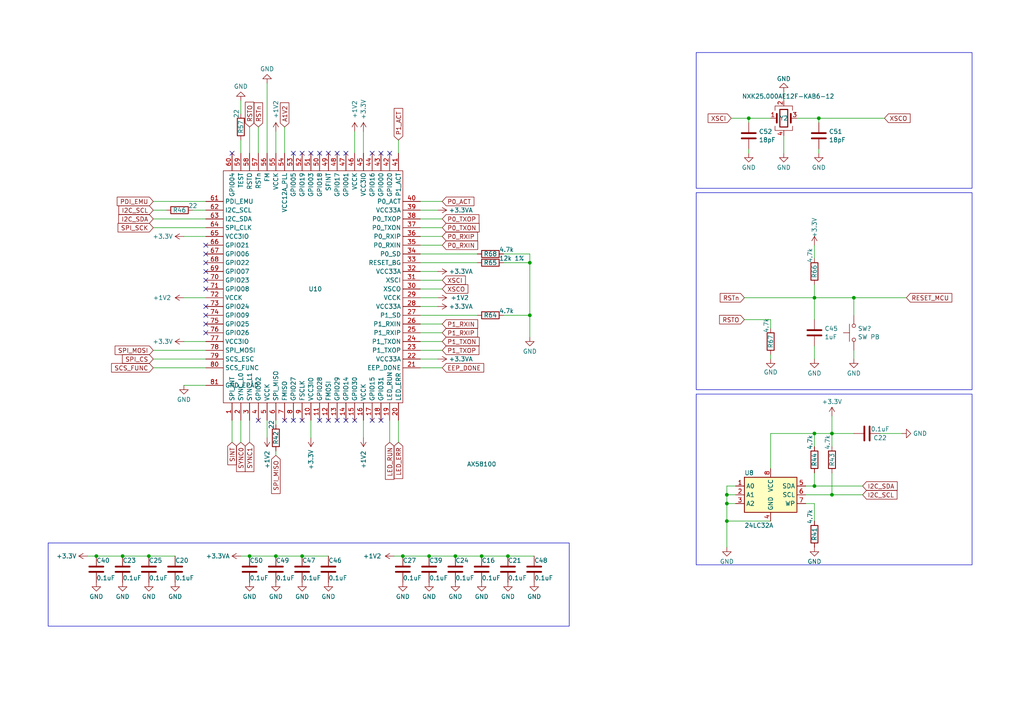
<source format=kicad_sch>
(kicad_sch (version 20230121) (generator eeschema)

  (uuid d01ee7a8-badb-421f-a195-8ebab99570c6)

  (paper "A4")

  (title_block
    (title "MetalMusings EaserCAT 3000")
  )

  (lib_symbols
    (symbol "Device:C" (pin_numbers hide) (pin_names (offset 0.254)) (in_bom yes) (on_board yes)
      (property "Reference" "C" (at 0.635 2.54 0)
        (effects (font (size 1.27 1.27)) (justify left))
      )
      (property "Value" "C" (at 0.635 -2.54 0)
        (effects (font (size 1.27 1.27)) (justify left))
      )
      (property "Footprint" "" (at 0.9652 -3.81 0)
        (effects (font (size 1.27 1.27)) hide)
      )
      (property "Datasheet" "~" (at 0 0 0)
        (effects (font (size 1.27 1.27)) hide)
      )
      (property "ki_keywords" "cap capacitor" (at 0 0 0)
        (effects (font (size 1.27 1.27)) hide)
      )
      (property "ki_description" "Unpolarized capacitor" (at 0 0 0)
        (effects (font (size 1.27 1.27)) hide)
      )
      (property "ki_fp_filters" "C_*" (at 0 0 0)
        (effects (font (size 1.27 1.27)) hide)
      )
      (symbol "C_0_1"
        (polyline
          (pts
            (xy -2.032 -0.762)
            (xy 2.032 -0.762)
          )
          (stroke (width 0.508) (type default))
          (fill (type none))
        )
        (polyline
          (pts
            (xy -2.032 0.762)
            (xy 2.032 0.762)
          )
          (stroke (width 0.508) (type default))
          (fill (type none))
        )
      )
      (symbol "C_1_1"
        (pin passive line (at 0 3.81 270) (length 2.794)
          (name "~" (effects (font (size 1.27 1.27))))
          (number "1" (effects (font (size 1.27 1.27))))
        )
        (pin passive line (at 0 -3.81 90) (length 2.794)
          (name "~" (effects (font (size 1.27 1.27))))
          (number "2" (effects (font (size 1.27 1.27))))
        )
      )
    )
    (symbol "Device:Crystal_GND24" (pin_names (offset 1.016) hide) (in_bom yes) (on_board yes)
      (property "Reference" "Y" (at 3.175 5.08 0)
        (effects (font (size 1.27 1.27)) (justify left))
      )
      (property "Value" "Crystal_GND24" (at 3.175 3.175 0)
        (effects (font (size 1.27 1.27)) (justify left))
      )
      (property "Footprint" "" (at 0 0 0)
        (effects (font (size 1.27 1.27)) hide)
      )
      (property "Datasheet" "~" (at 0 0 0)
        (effects (font (size 1.27 1.27)) hide)
      )
      (property "ki_keywords" "quartz ceramic resonator oscillator" (at 0 0 0)
        (effects (font (size 1.27 1.27)) hide)
      )
      (property "ki_description" "Four pin crystal, GND on pins 2 and 4" (at 0 0 0)
        (effects (font (size 1.27 1.27)) hide)
      )
      (property "ki_fp_filters" "Crystal*" (at 0 0 0)
        (effects (font (size 1.27 1.27)) hide)
      )
      (symbol "Crystal_GND24_0_1"
        (rectangle (start -1.143 2.54) (end 1.143 -2.54)
          (stroke (width 0.3048) (type default))
          (fill (type none))
        )
        (polyline
          (pts
            (xy -2.54 0)
            (xy -2.032 0)
          )
          (stroke (width 0) (type default))
          (fill (type none))
        )
        (polyline
          (pts
            (xy -2.032 -1.27)
            (xy -2.032 1.27)
          )
          (stroke (width 0.508) (type default))
          (fill (type none))
        )
        (polyline
          (pts
            (xy 0 -3.81)
            (xy 0 -3.556)
          )
          (stroke (width 0) (type default))
          (fill (type none))
        )
        (polyline
          (pts
            (xy 0 3.556)
            (xy 0 3.81)
          )
          (stroke (width 0) (type default))
          (fill (type none))
        )
        (polyline
          (pts
            (xy 2.032 -1.27)
            (xy 2.032 1.27)
          )
          (stroke (width 0.508) (type default))
          (fill (type none))
        )
        (polyline
          (pts
            (xy 2.032 0)
            (xy 2.54 0)
          )
          (stroke (width 0) (type default))
          (fill (type none))
        )
        (polyline
          (pts
            (xy -2.54 -2.286)
            (xy -2.54 -3.556)
            (xy 2.54 -3.556)
            (xy 2.54 -2.286)
          )
          (stroke (width 0) (type default))
          (fill (type none))
        )
        (polyline
          (pts
            (xy -2.54 2.286)
            (xy -2.54 3.556)
            (xy 2.54 3.556)
            (xy 2.54 2.286)
          )
          (stroke (width 0) (type default))
          (fill (type none))
        )
      )
      (symbol "Crystal_GND24_1_1"
        (pin passive line (at -3.81 0 0) (length 1.27)
          (name "1" (effects (font (size 1.27 1.27))))
          (number "1" (effects (font (size 1.27 1.27))))
        )
        (pin passive line (at 0 5.08 270) (length 1.27)
          (name "2" (effects (font (size 1.27 1.27))))
          (number "2" (effects (font (size 1.27 1.27))))
        )
        (pin passive line (at 3.81 0 180) (length 1.27)
          (name "3" (effects (font (size 1.27 1.27))))
          (number "3" (effects (font (size 1.27 1.27))))
        )
        (pin passive line (at 0 -5.08 90) (length 1.27)
          (name "4" (effects (font (size 1.27 1.27))))
          (number "4" (effects (font (size 1.27 1.27))))
        )
      )
    )
    (symbol "Device:R" (pin_numbers hide) (pin_names (offset 0)) (in_bom yes) (on_board yes)
      (property "Reference" "R" (at 2.032 0 90)
        (effects (font (size 1.27 1.27)))
      )
      (property "Value" "R" (at 0 0 90)
        (effects (font (size 1.27 1.27)))
      )
      (property "Footprint" "" (at -1.778 0 90)
        (effects (font (size 1.27 1.27)) hide)
      )
      (property "Datasheet" "~" (at 0 0 0)
        (effects (font (size 1.27 1.27)) hide)
      )
      (property "ki_keywords" "R res resistor" (at 0 0 0)
        (effects (font (size 1.27 1.27)) hide)
      )
      (property "ki_description" "Resistor" (at 0 0 0)
        (effects (font (size 1.27 1.27)) hide)
      )
      (property "ki_fp_filters" "R_*" (at 0 0 0)
        (effects (font (size 1.27 1.27)) hide)
      )
      (symbol "R_0_1"
        (rectangle (start -1.016 -2.54) (end 1.016 2.54)
          (stroke (width 0.254) (type default))
          (fill (type none))
        )
      )
      (symbol "R_1_1"
        (pin passive line (at 0 3.81 270) (length 1.27)
          (name "~" (effects (font (size 1.27 1.27))))
          (number "1" (effects (font (size 1.27 1.27))))
        )
        (pin passive line (at 0 -3.81 90) (length 1.27)
          (name "~" (effects (font (size 1.27 1.27))))
          (number "2" (effects (font (size 1.27 1.27))))
        )
      )
    )
    (symbol "HakansLibrary:AX58100" (in_bom yes) (on_board yes)
      (property "Reference" "U" (at 0 0 0)
        (effects (font (size 1.27 1.27)))
      )
      (property "Value" "" (at 0 0 0)
        (effects (font (size 1.27 1.27)))
      )
      (property "Footprint" "" (at 0 0 0)
        (effects (font (size 1.27 1.27)) hide)
      )
      (property "Datasheet" "" (at 0 0 0)
        (effects (font (size 1.27 1.27)) hide)
      )
      (symbol "AX58100_0_1"
        (rectangle (start -74.93 85.09) (end -22.86 17.78)
          (stroke (width 0) (type default))
          (fill (type none))
        )
      )
      (symbol "AX58100_1_0"
        (pin power_in line (at -80.01 22.86 0) (length 5.08)
          (name "GND_EPAD" (effects (font (size 1.27 1.27))))
          (number "81" (effects (font (size 1.27 1.27))))
        )
      )
      (symbol "AX58100_1_1"
        (pin output line (at -72.39 12.7 90) (length 5.08)
          (name "SPI_INT" (effects (font (size 1.27 1.27))))
          (number "1" (effects (font (size 1.27 1.27))))
        )
        (pin power_in line (at -49.53 12.7 90) (length 5.08)
          (name "VCC3IO" (effects (font (size 1.27 1.27))))
          (number "10" (effects (font (size 1.27 1.27))))
        )
        (pin bidirectional line (at -46.99 12.7 90) (length 5.08)
          (name "GPIO28" (effects (font (size 1.27 1.27))))
          (number "11" (effects (font (size 1.27 1.27))))
        )
        (pin input line (at -44.45 12.7 90) (length 5.08)
          (name "FMOSI" (effects (font (size 1.27 1.27))))
          (number "12" (effects (font (size 1.27 1.27))))
        )
        (pin bidirectional line (at -41.91 12.7 90) (length 5.08)
          (name "GPIO29" (effects (font (size 1.27 1.27))))
          (number "13" (effects (font (size 1.27 1.27))))
        )
        (pin bidirectional line (at -39.37 12.7 90) (length 5.08)
          (name "GPIO14" (effects (font (size 1.27 1.27))))
          (number "14" (effects (font (size 1.27 1.27))))
        )
        (pin bidirectional line (at -36.83 12.7 90) (length 5.08)
          (name "GPIO30" (effects (font (size 1.27 1.27))))
          (number "15" (effects (font (size 1.27 1.27))))
        )
        (pin power_in line (at -34.29 12.7 90) (length 5.08)
          (name "VCCK" (effects (font (size 1.27 1.27))))
          (number "16" (effects (font (size 1.27 1.27))))
        )
        (pin bidirectional line (at -31.75 12.7 90) (length 5.08)
          (name "GPIO15" (effects (font (size 1.27 1.27))))
          (number "17" (effects (font (size 1.27 1.27))))
        )
        (pin bidirectional line (at -29.21 12.7 90) (length 5.08)
          (name "GPIO31" (effects (font (size 1.27 1.27))))
          (number "18" (effects (font (size 1.27 1.27))))
        )
        (pin bidirectional line (at -26.67 12.7 90) (length 5.08)
          (name "LED_RUN" (effects (font (size 1.27 1.27))))
          (number "19" (effects (font (size 1.27 1.27))))
        )
        (pin bidirectional line (at -69.85 12.7 90) (length 5.08)
          (name "SYNC_L0" (effects (font (size 1.27 1.27))))
          (number "2" (effects (font (size 1.27 1.27))))
        )
        (pin bidirectional line (at -24.13 12.7 90) (length 5.08)
          (name "LED_ERR" (effects (font (size 1.27 1.27))))
          (number "20" (effects (font (size 1.27 1.27))))
        )
        (pin output line (at -17.78 27.94 180) (length 5.08)
          (name "EEP_DONE" (effects (font (size 1.27 1.27))))
          (number "21" (effects (font (size 1.27 1.27))))
        )
        (pin power_in line (at -17.78 30.48 180) (length 5.08)
          (name "VCC33A" (effects (font (size 1.27 1.27))))
          (number "22" (effects (font (size 1.27 1.27))))
        )
        (pin bidirectional line (at -17.78 33.02 180) (length 5.08)
          (name "P1_TXOP" (effects (font (size 1.27 1.27))))
          (number "23" (effects (font (size 1.27 1.27))))
        )
        (pin bidirectional line (at -17.78 35.56 180) (length 5.08)
          (name "P1_TXON" (effects (font (size 1.27 1.27))))
          (number "24" (effects (font (size 1.27 1.27))))
        )
        (pin bidirectional line (at -17.78 38.1 180) (length 5.08)
          (name "P1_RXIP" (effects (font (size 1.27 1.27))))
          (number "25" (effects (font (size 1.27 1.27))))
        )
        (pin bidirectional line (at -17.78 40.64 180) (length 5.08)
          (name "P1_RXIN" (effects (font (size 1.27 1.27))))
          (number "26" (effects (font (size 1.27 1.27))))
        )
        (pin bidirectional line (at -17.78 43.18 180) (length 5.08)
          (name "P1_SD" (effects (font (size 1.27 1.27))))
          (number "27" (effects (font (size 1.27 1.27))))
        )
        (pin power_in line (at -17.78 45.72 180) (length 5.08)
          (name "VCC33A" (effects (font (size 1.27 1.27))))
          (number "28" (effects (font (size 1.27 1.27))))
        )
        (pin power_in line (at -17.78 48.26 180) (length 5.08)
          (name "VCCK" (effects (font (size 1.27 1.27))))
          (number "29" (effects (font (size 1.27 1.27))))
        )
        (pin bidirectional line (at -67.31 12.7 90) (length 5.08)
          (name "SYNC_L1" (effects (font (size 1.27 1.27))))
          (number "3" (effects (font (size 1.27 1.27))))
        )
        (pin bidirectional line (at -17.78 50.8 180) (length 5.08)
          (name "XSCO" (effects (font (size 1.27 1.27))))
          (number "30" (effects (font (size 1.27 1.27))))
        )
        (pin input line (at -17.78 53.34 180) (length 5.08)
          (name "XSCI" (effects (font (size 1.27 1.27))))
          (number "31" (effects (font (size 1.27 1.27))))
        )
        (pin power_in line (at -17.78 55.88 180) (length 5.08)
          (name "VCC33A" (effects (font (size 1.27 1.27))))
          (number "32" (effects (font (size 1.27 1.27))))
        )
        (pin output line (at -17.78 58.42 180) (length 5.08)
          (name "RESET_BG" (effects (font (size 1.27 1.27))))
          (number "33" (effects (font (size 1.27 1.27))))
        )
        (pin bidirectional line (at -17.78 60.96 180) (length 5.08)
          (name "P0_SD" (effects (font (size 1.27 1.27))))
          (number "34" (effects (font (size 1.27 1.27))))
        )
        (pin bidirectional line (at -17.78 63.5 180) (length 5.08)
          (name "P0_RXIN" (effects (font (size 1.27 1.27))))
          (number "35" (effects (font (size 1.27 1.27))))
        )
        (pin bidirectional line (at -17.78 66.04 180) (length 5.08)
          (name "P0_RXIP" (effects (font (size 1.27 1.27))))
          (number "36" (effects (font (size 1.27 1.27))))
        )
        (pin bidirectional line (at -17.78 68.58 180) (length 5.08)
          (name "P0_TXON" (effects (font (size 1.27 1.27))))
          (number "37" (effects (font (size 1.27 1.27))))
        )
        (pin bidirectional line (at -17.78 71.12 180) (length 5.08)
          (name "P0_TXOP" (effects (font (size 1.27 1.27))))
          (number "38" (effects (font (size 1.27 1.27))))
        )
        (pin power_in line (at -17.78 73.66 180) (length 5.08)
          (name "VCC33A" (effects (font (size 1.27 1.27))))
          (number "39" (effects (font (size 1.27 1.27))))
        )
        (pin bidirectional line (at -64.77 12.7 90) (length 5.08)
          (name "GPIO02" (effects (font (size 1.27 1.27))))
          (number "4" (effects (font (size 1.27 1.27))))
        )
        (pin bidirectional line (at -17.78 76.2 180) (length 5.08)
          (name "P0_ACT" (effects (font (size 1.27 1.27))))
          (number "40" (effects (font (size 1.27 1.27))))
        )
        (pin input line (at -24.13 90.17 270) (length 5.08)
          (name "P1_ACT" (effects (font (size 1.27 1.27))))
          (number "41" (effects (font (size 1.27 1.27))))
        )
        (pin bidirectional line (at -26.67 90.17 270) (length 5.08)
          (name "GPIO20" (effects (font (size 1.27 1.27))))
          (number "42" (effects (font (size 1.27 1.27))))
        )
        (pin bidirectional line (at -29.21 90.17 270) (length 5.08)
          (name "GPIO00" (effects (font (size 1.27 1.27))))
          (number "43" (effects (font (size 1.27 1.27))))
        )
        (pin bidirectional line (at -31.75 90.17 270) (length 5.08)
          (name "GPIO16" (effects (font (size 1.27 1.27))))
          (number "44" (effects (font (size 1.27 1.27))))
        )
        (pin power_in line (at -34.29 90.17 270) (length 5.08)
          (name "VCC3IO" (effects (font (size 1.27 1.27))))
          (number "45" (effects (font (size 1.27 1.27))))
        )
        (pin power_in line (at -36.83 90.17 270) (length 5.08)
          (name "VCCK" (effects (font (size 1.27 1.27))))
          (number "46" (effects (font (size 1.27 1.27))))
        )
        (pin bidirectional line (at -39.37 90.17 270) (length 5.08)
          (name "GPIO01" (effects (font (size 1.27 1.27))))
          (number "47" (effects (font (size 1.27 1.27))))
        )
        (pin bidirectional line (at -41.91 90.17 270) (length 5.08)
          (name "GPIO17" (effects (font (size 1.27 1.27))))
          (number "48" (effects (font (size 1.27 1.27))))
        )
        (pin output line (at -44.45 90.17 270) (length 5.08)
          (name "SFINT" (effects (font (size 1.27 1.27))))
          (number "49" (effects (font (size 1.27 1.27))))
        )
        (pin power_in line (at -62.23 12.7 90) (length 5.08)
          (name "VCCK" (effects (font (size 1.27 1.27))))
          (number "5" (effects (font (size 1.27 1.27))))
        )
        (pin bidirectional line (at -46.99 90.17 270) (length 5.08)
          (name "GPIO18" (effects (font (size 1.27 1.27))))
          (number "50" (effects (font (size 1.27 1.27))))
        )
        (pin passive line (at -49.53 90.17 270) (length 5.08)
          (name "GPIO03" (effects (font (size 1.27 1.27))))
          (number "51" (effects (font (size 1.27 1.27))))
        )
        (pin bidirectional line (at -52.07 90.17 270) (length 5.08)
          (name "GPIO19" (effects (font (size 1.27 1.27))))
          (number "52" (effects (font (size 1.27 1.27))))
        )
        (pin bidirectional line (at -54.61 90.17 270) (length 5.08)
          (name "GPIO05" (effects (font (size 1.27 1.27))))
          (number "53" (effects (font (size 1.27 1.27))))
        )
        (pin power_in line (at -57.15 90.17 270) (length 5.08)
          (name "VCC12A_PLL" (effects (font (size 1.27 1.27))))
          (number "54" (effects (font (size 1.27 1.27))))
        )
        (pin power_in line (at -59.69 90.17 270) (length 5.08)
          (name "VCCK" (effects (font (size 1.27 1.27))))
          (number "55" (effects (font (size 1.27 1.27))))
        )
        (pin input line (at -62.23 90.17 270) (length 5.08)
          (name "FM" (effects (font (size 1.27 1.27))))
          (number "56" (effects (font (size 1.27 1.27))))
        )
        (pin input line (at -64.77 90.17 270) (length 5.08)
          (name "RSTn" (effects (font (size 1.27 1.27))))
          (number "57" (effects (font (size 1.27 1.27))))
        )
        (pin output line (at -67.31 90.17 270) (length 5.08)
          (name "RSTO" (effects (font (size 1.27 1.27))))
          (number "58" (effects (font (size 1.27 1.27))))
        )
        (pin input line (at -69.85 90.17 270) (length 5.08)
          (name "TEST" (effects (font (size 1.27 1.27))))
          (number "59" (effects (font (size 1.27 1.27))))
        )
        (pin output line (at -59.69 12.7 90) (length 5.08)
          (name "SPI_MISO" (effects (font (size 1.27 1.27))))
          (number "6" (effects (font (size 1.27 1.27))))
        )
        (pin bidirectional line (at -72.39 90.17 270) (length 5.08)
          (name "GPIO04" (effects (font (size 1.27 1.27))))
          (number "60" (effects (font (size 1.27 1.27))))
        )
        (pin input line (at -80.01 76.2 0) (length 5.08)
          (name "PDI_EMU" (effects (font (size 1.27 1.27))))
          (number "61" (effects (font (size 1.27 1.27))))
        )
        (pin output line (at -80.01 73.66 0) (length 5.08)
          (name "I2C_SCL" (effects (font (size 1.27 1.27))))
          (number "62" (effects (font (size 1.27 1.27))))
        )
        (pin bidirectional line (at -80.01 71.12 0) (length 5.08)
          (name "I2C_SDA" (effects (font (size 1.27 1.27))))
          (number "63" (effects (font (size 1.27 1.27))))
        )
        (pin input line (at -80.01 68.58 0) (length 5.08)
          (name "SPI_CLK" (effects (font (size 1.27 1.27))))
          (number "64" (effects (font (size 1.27 1.27))))
        )
        (pin power_in line (at -80.01 66.04 0) (length 5.08)
          (name "VCC3IO" (effects (font (size 1.27 1.27))))
          (number "65" (effects (font (size 1.27 1.27))))
        )
        (pin bidirectional line (at -80.01 63.5 0) (length 5.08)
          (name "GPIO21" (effects (font (size 1.27 1.27))))
          (number "66" (effects (font (size 1.27 1.27))))
        )
        (pin bidirectional line (at -80.01 60.96 0) (length 5.08)
          (name "GPIO06" (effects (font (size 1.27 1.27))))
          (number "67" (effects (font (size 1.27 1.27))))
        )
        (pin bidirectional line (at -80.01 58.42 0) (length 5.08)
          (name "GPIO22" (effects (font (size 1.27 1.27))))
          (number "68" (effects (font (size 1.27 1.27))))
        )
        (pin bidirectional line (at -80.01 55.88 0) (length 5.08)
          (name "GPIO07" (effects (font (size 1.27 1.27))))
          (number "69" (effects (font (size 1.27 1.27))))
        )
        (pin output line (at -57.15 12.7 90) (length 5.08)
          (name "FMISO" (effects (font (size 1.27 1.27))))
          (number "7" (effects (font (size 1.27 1.27))))
        )
        (pin bidirectional line (at -80.01 53.34 0) (length 5.08)
          (name "GPIO23" (effects (font (size 1.27 1.27))))
          (number "70" (effects (font (size 1.27 1.27))))
        )
        (pin bidirectional line (at -80.01 50.8 0) (length 5.08)
          (name "GPIO08" (effects (font (size 1.27 1.27))))
          (number "71" (effects (font (size 1.27 1.27))))
        )
        (pin power_in line (at -80.01 48.26 0) (length 5.08)
          (name "VCCK" (effects (font (size 1.27 1.27))))
          (number "72" (effects (font (size 1.27 1.27))))
        )
        (pin bidirectional line (at -80.01 45.72 0) (length 5.08)
          (name "GPIO24" (effects (font (size 1.27 1.27))))
          (number "73" (effects (font (size 1.27 1.27))))
        )
        (pin bidirectional line (at -80.01 43.18 0) (length 5.08)
          (name "GPIO09" (effects (font (size 1.27 1.27))))
          (number "74" (effects (font (size 1.27 1.27))))
        )
        (pin bidirectional line (at -80.01 40.64 0) (length 5.08)
          (name "GPIO25" (effects (font (size 1.27 1.27))))
          (number "75" (effects (font (size 1.27 1.27))))
        )
        (pin bidirectional line (at -80.01 38.1 0) (length 5.08)
          (name "GPIO26" (effects (font (size 1.27 1.27))))
          (number "76" (effects (font (size 1.27 1.27))))
        )
        (pin power_in line (at -80.01 35.56 0) (length 5.08)
          (name "VCC3IO" (effects (font (size 1.27 1.27))))
          (number "77" (effects (font (size 1.27 1.27))))
        )
        (pin input line (at -80.01 33.02 0) (length 5.08)
          (name "SPI_MOSI" (effects (font (size 1.27 1.27))))
          (number "78" (effects (font (size 1.27 1.27))))
        )
        (pin input line (at -80.01 30.48 0) (length 5.08)
          (name "SCS_ESC" (effects (font (size 1.27 1.27))))
          (number "79" (effects (font (size 1.27 1.27))))
        )
        (pin bidirectional line (at -54.61 12.7 90) (length 5.08)
          (name "GPIO27" (effects (font (size 1.27 1.27))))
          (number "8" (effects (font (size 1.27 1.27))))
        )
        (pin input line (at -80.01 27.94 0) (length 5.08)
          (name "SCS_FUNC" (effects (font (size 1.27 1.27))))
          (number "80" (effects (font (size 1.27 1.27))))
        )
        (pin input line (at -52.07 12.7 90) (length 5.08)
          (name "FSCLK" (effects (font (size 1.27 1.27))))
          (number "9" (effects (font (size 1.27 1.27))))
        )
      )
    )
    (symbol "Memory_EEPROM:AT24CS32-SSHM" (in_bom yes) (on_board yes)
      (property "Reference" "U" (at -7.62 6.35 0)
        (effects (font (size 1.27 1.27)))
      )
      (property "Value" "AT24CS32-SSHM" (at 2.54 -6.35 0)
        (effects (font (size 1.27 1.27)) (justify left))
      )
      (property "Footprint" "Package_SO:SOIC-8_3.9x4.9mm_P1.27mm" (at 0 0 0)
        (effects (font (size 1.27 1.27)) hide)
      )
      (property "Datasheet" "http://ww1.microchip.com/downloads/en/DeviceDoc/Atmel-8869-SEEPROM-AT24CS32-Datasheet.pdf" (at 0 0 0)
        (effects (font (size 1.27 1.27)) hide)
      )
      (property "ki_keywords" "I2C Serial EEPROM Nonvolatile Memory" (at 0 0 0)
        (effects (font (size 1.27 1.27)) hide)
      )
      (property "ki_description" "I2C Serial EEPROM, 32Kb (4096x8) with Unique Serial Number, SO8" (at 0 0 0)
        (effects (font (size 1.27 1.27)) hide)
      )
      (property "ki_fp_filters" "SOIC*3.9x4.9mm*P1.27mm*" (at 0 0 0)
        (effects (font (size 1.27 1.27)) hide)
      )
      (symbol "AT24CS32-SSHM_1_1"
        (rectangle (start -7.62 5.08) (end 7.62 -5.08)
          (stroke (width 0.254) (type default))
          (fill (type background))
        )
        (pin input line (at -10.16 2.54 0) (length 2.54)
          (name "A0" (effects (font (size 1.27 1.27))))
          (number "1" (effects (font (size 1.27 1.27))))
        )
        (pin input line (at -10.16 0 0) (length 2.54)
          (name "A1" (effects (font (size 1.27 1.27))))
          (number "2" (effects (font (size 1.27 1.27))))
        )
        (pin input line (at -10.16 -2.54 0) (length 2.54)
          (name "A2" (effects (font (size 1.27 1.27))))
          (number "3" (effects (font (size 1.27 1.27))))
        )
        (pin power_in line (at 0 -7.62 90) (length 2.54)
          (name "GND" (effects (font (size 1.27 1.27))))
          (number "4" (effects (font (size 1.27 1.27))))
        )
        (pin bidirectional line (at 10.16 2.54 180) (length 2.54)
          (name "SDA" (effects (font (size 1.27 1.27))))
          (number "5" (effects (font (size 1.27 1.27))))
        )
        (pin input line (at 10.16 0 180) (length 2.54)
          (name "SCL" (effects (font (size 1.27 1.27))))
          (number "6" (effects (font (size 1.27 1.27))))
        )
        (pin input line (at 10.16 -2.54 180) (length 2.54)
          (name "WP" (effects (font (size 1.27 1.27))))
          (number "7" (effects (font (size 1.27 1.27))))
        )
        (pin power_in line (at 0 7.62 270) (length 2.54)
          (name "VCC" (effects (font (size 1.27 1.27))))
          (number "8" (effects (font (size 1.27 1.27))))
        )
      )
    )
    (symbol "Switch:SW_Push" (pin_numbers hide) (pin_names (offset 1.016) hide) (in_bom yes) (on_board yes)
      (property "Reference" "SW" (at 1.27 2.54 0)
        (effects (font (size 1.27 1.27)) (justify left))
      )
      (property "Value" "SW_Push" (at 0 -1.524 0)
        (effects (font (size 1.27 1.27)))
      )
      (property "Footprint" "" (at 0 5.08 0)
        (effects (font (size 1.27 1.27)) hide)
      )
      (property "Datasheet" "~" (at 0 5.08 0)
        (effects (font (size 1.27 1.27)) hide)
      )
      (property "ki_keywords" "switch normally-open pushbutton push-button" (at 0 0 0)
        (effects (font (size 1.27 1.27)) hide)
      )
      (property "ki_description" "Push button switch, generic, two pins" (at 0 0 0)
        (effects (font (size 1.27 1.27)) hide)
      )
      (symbol "SW_Push_0_1"
        (circle (center -2.032 0) (radius 0.508)
          (stroke (width 0) (type default))
          (fill (type none))
        )
        (polyline
          (pts
            (xy 0 1.27)
            (xy 0 3.048)
          )
          (stroke (width 0) (type default))
          (fill (type none))
        )
        (polyline
          (pts
            (xy 2.54 1.27)
            (xy -2.54 1.27)
          )
          (stroke (width 0) (type default))
          (fill (type none))
        )
        (circle (center 2.032 0) (radius 0.508)
          (stroke (width 0) (type default))
          (fill (type none))
        )
        (pin passive line (at -5.08 0 0) (length 2.54)
          (name "1" (effects (font (size 1.27 1.27))))
          (number "1" (effects (font (size 1.27 1.27))))
        )
        (pin passive line (at 5.08 0 180) (length 2.54)
          (name "2" (effects (font (size 1.27 1.27))))
          (number "2" (effects (font (size 1.27 1.27))))
        )
      )
    )
    (symbol "power:+1V2" (power) (pin_names (offset 0)) (in_bom yes) (on_board yes)
      (property "Reference" "#PWR" (at 0 -3.81 0)
        (effects (font (size 1.27 1.27)) hide)
      )
      (property "Value" "+1V2" (at 0 3.556 0)
        (effects (font (size 1.27 1.27)))
      )
      (property "Footprint" "" (at 0 0 0)
        (effects (font (size 1.27 1.27)) hide)
      )
      (property "Datasheet" "" (at 0 0 0)
        (effects (font (size 1.27 1.27)) hide)
      )
      (property "ki_keywords" "global power" (at 0 0 0)
        (effects (font (size 1.27 1.27)) hide)
      )
      (property "ki_description" "Power symbol creates a global label with name \"+1V2\"" (at 0 0 0)
        (effects (font (size 1.27 1.27)) hide)
      )
      (symbol "+1V2_0_1"
        (polyline
          (pts
            (xy -0.762 1.27)
            (xy 0 2.54)
          )
          (stroke (width 0) (type default))
          (fill (type none))
        )
        (polyline
          (pts
            (xy 0 0)
            (xy 0 2.54)
          )
          (stroke (width 0) (type default))
          (fill (type none))
        )
        (polyline
          (pts
            (xy 0 2.54)
            (xy 0.762 1.27)
          )
          (stroke (width 0) (type default))
          (fill (type none))
        )
      )
      (symbol "+1V2_1_1"
        (pin power_in line (at 0 0 90) (length 0) hide
          (name "+1V2" (effects (font (size 1.27 1.27))))
          (number "1" (effects (font (size 1.27 1.27))))
        )
      )
    )
    (symbol "power:+3.3V" (power) (pin_names (offset 0)) (in_bom yes) (on_board yes)
      (property "Reference" "#PWR" (at 0 -3.81 0)
        (effects (font (size 1.27 1.27)) hide)
      )
      (property "Value" "+3.3V" (at 0 3.556 0)
        (effects (font (size 1.27 1.27)))
      )
      (property "Footprint" "" (at 0 0 0)
        (effects (font (size 1.27 1.27)) hide)
      )
      (property "Datasheet" "" (at 0 0 0)
        (effects (font (size 1.27 1.27)) hide)
      )
      (property "ki_keywords" "global power" (at 0 0 0)
        (effects (font (size 1.27 1.27)) hide)
      )
      (property "ki_description" "Power symbol creates a global label with name \"+3.3V\"" (at 0 0 0)
        (effects (font (size 1.27 1.27)) hide)
      )
      (symbol "+3.3V_0_1"
        (polyline
          (pts
            (xy -0.762 1.27)
            (xy 0 2.54)
          )
          (stroke (width 0) (type default))
          (fill (type none))
        )
        (polyline
          (pts
            (xy 0 0)
            (xy 0 2.54)
          )
          (stroke (width 0) (type default))
          (fill (type none))
        )
        (polyline
          (pts
            (xy 0 2.54)
            (xy 0.762 1.27)
          )
          (stroke (width 0) (type default))
          (fill (type none))
        )
      )
      (symbol "+3.3V_1_1"
        (pin power_in line (at 0 0 90) (length 0) hide
          (name "+3.3V" (effects (font (size 1.27 1.27))))
          (number "1" (effects (font (size 1.27 1.27))))
        )
      )
    )
    (symbol "power:+3.3VA" (power) (pin_names (offset 0)) (in_bom yes) (on_board yes)
      (property "Reference" "#PWR" (at 0 -3.81 0)
        (effects (font (size 1.27 1.27)) hide)
      )
      (property "Value" "+3.3VA" (at 0 3.556 0)
        (effects (font (size 1.27 1.27)))
      )
      (property "Footprint" "" (at 0 0 0)
        (effects (font (size 1.27 1.27)) hide)
      )
      (property "Datasheet" "" (at 0 0 0)
        (effects (font (size 1.27 1.27)) hide)
      )
      (property "ki_keywords" "global power" (at 0 0 0)
        (effects (font (size 1.27 1.27)) hide)
      )
      (property "ki_description" "Power symbol creates a global label with name \"+3.3VA\"" (at 0 0 0)
        (effects (font (size 1.27 1.27)) hide)
      )
      (symbol "+3.3VA_0_1"
        (polyline
          (pts
            (xy -0.762 1.27)
            (xy 0 2.54)
          )
          (stroke (width 0) (type default))
          (fill (type none))
        )
        (polyline
          (pts
            (xy 0 0)
            (xy 0 2.54)
          )
          (stroke (width 0) (type default))
          (fill (type none))
        )
        (polyline
          (pts
            (xy 0 2.54)
            (xy 0.762 1.27)
          )
          (stroke (width 0) (type default))
          (fill (type none))
        )
      )
      (symbol "+3.3VA_1_1"
        (pin power_in line (at 0 0 90) (length 0) hide
          (name "+3.3VA" (effects (font (size 1.27 1.27))))
          (number "1" (effects (font (size 1.27 1.27))))
        )
      )
    )
    (symbol "power:GND" (power) (pin_names (offset 0)) (in_bom yes) (on_board yes)
      (property "Reference" "#PWR" (at 0 -6.35 0)
        (effects (font (size 1.27 1.27)) hide)
      )
      (property "Value" "GND" (at 0 -3.81 0)
        (effects (font (size 1.27 1.27)))
      )
      (property "Footprint" "" (at 0 0 0)
        (effects (font (size 1.27 1.27)) hide)
      )
      (property "Datasheet" "" (at 0 0 0)
        (effects (font (size 1.27 1.27)) hide)
      )
      (property "ki_keywords" "global power" (at 0 0 0)
        (effects (font (size 1.27 1.27)) hide)
      )
      (property "ki_description" "Power symbol creates a global label with name \"GND\" , ground" (at 0 0 0)
        (effects (font (size 1.27 1.27)) hide)
      )
      (symbol "GND_0_1"
        (polyline
          (pts
            (xy 0 0)
            (xy 0 -1.27)
            (xy 1.27 -1.27)
            (xy 0 -2.54)
            (xy -1.27 -1.27)
            (xy 0 -1.27)
          )
          (stroke (width 0) (type default))
          (fill (type none))
        )
      )
      (symbol "GND_1_1"
        (pin power_in line (at 0 0 270) (length 0) hide
          (name "GND" (effects (font (size 1.27 1.27))))
          (number "1" (effects (font (size 1.27 1.27))))
        )
      )
    )
  )

  (junction (at 236.22 125.73) (diameter 0) (color 0 0 0 0)
    (uuid 0a5235fe-d0f4-420a-9560-6dd1ccdea44f)
  )
  (junction (at 217.17 34.29) (diameter 0) (color 0 0 0 0)
    (uuid 17085ee2-ab44-4709-a5bf-270ceae66d7d)
  )
  (junction (at 124.46 161.29) (diameter 0) (color 0 0 0 0)
    (uuid 1b1ffde0-61b2-4256-8eae-0e92266a923a)
  )
  (junction (at 153.67 76.2) (diameter 0) (color 0 0 0 0)
    (uuid 1d94dd01-6dce-414e-82ad-3ac082fe20b1)
  )
  (junction (at 241.3 125.73) (diameter 0) (color 0 0 0 0)
    (uuid 24742ea1-03d5-4527-95f5-a7eea04d187b)
  )
  (junction (at 236.22 86.36) (diameter 0) (color 0 0 0 0)
    (uuid 2a65f1ec-1805-4e15-b211-525d5c3ea161)
  )
  (junction (at 236.22 140.97) (diameter 0) (color 0 0 0 0)
    (uuid 311f693d-f584-4886-af7a-ac8fa87a5459)
  )
  (junction (at 87.63 161.29) (diameter 0) (color 0 0 0 0)
    (uuid 459cb36e-c919-41a8-9849-d33d3cf3a3ab)
  )
  (junction (at 27.94 161.29) (diameter 0) (color 0 0 0 0)
    (uuid 4e4c8166-269b-4ae6-9196-ef65ad6f40a6)
  )
  (junction (at 139.7 161.29) (diameter 0) (color 0 0 0 0)
    (uuid 518638a7-6bbd-4b1a-9b2a-cce11baa340f)
  )
  (junction (at 116.84 161.29) (diameter 0) (color 0 0 0 0)
    (uuid 5e09a34a-7b17-4a2b-90a4-8bfc1cabaf5f)
  )
  (junction (at 210.82 143.51) (diameter 0) (color 0 0 0 0)
    (uuid 67a18ab4-38eb-4cf0-b629-7d4f44440338)
  )
  (junction (at 72.39 161.29) (diameter 0) (color 0 0 0 0)
    (uuid 73c5d438-4432-4531-ac18-515e2a295d56)
  )
  (junction (at 241.3 143.51) (diameter 0) (color 0 0 0 0)
    (uuid 7aced3ce-c005-4d88-9a12-1925ac4397fa)
  )
  (junction (at 153.67 91.44) (diameter 0) (color 0 0 0 0)
    (uuid 99917e2e-1e40-4f4a-99a8-4c34fbd78fdf)
  )
  (junction (at 147.32 161.29) (diameter 0) (color 0 0 0 0)
    (uuid a231cb60-0cad-446a-9f03-97fe667dfe62)
  )
  (junction (at 247.65 86.36) (diameter 0) (color 0 0 0 0)
    (uuid a615565b-f9c0-4d64-9d25-cfbf8b1b8c17)
  )
  (junction (at 80.01 161.29) (diameter 0) (color 0 0 0 0)
    (uuid ae7957f9-f534-41d0-a753-56caa3c754bf)
  )
  (junction (at 237.49 34.29) (diameter 0) (color 0 0 0 0)
    (uuid c0b2a015-9e09-4b84-a8db-3e0bb525f769)
  )
  (junction (at 35.56 161.29) (diameter 0) (color 0 0 0 0)
    (uuid caba9587-a93b-48be-9f22-46de7040b109)
  )
  (junction (at 132.08 161.29) (diameter 0) (color 0 0 0 0)
    (uuid da4bb6a4-2f3c-483c-89d5-98eab6f4825a)
  )
  (junction (at 43.18 161.29) (diameter 0) (color 0 0 0 0)
    (uuid e9be516d-f9ef-42ce-8a9c-f494160f831d)
  )
  (junction (at 210.82 146.05) (diameter 0) (color 0 0 0 0)
    (uuid eaf169ee-6223-4611-8993-ed3e0b7aaec9)
  )
  (junction (at 210.82 151.13) (diameter 0) (color 0 0 0 0)
    (uuid faab8082-b421-4936-8c29-d2204fb190fc)
  )

  (no_connect (at 85.09 121.92) (uuid 03582372-7a88-4dc8-b70a-ae5c9d9f5b9a))
  (no_connect (at 87.63 121.92) (uuid 04e36fae-2fa9-48ac-a272-64ef16d0e780))
  (no_connect (at 59.69 83.82) (uuid 058de604-e96a-49cf-a6be-6c42925562f3))
  (no_connect (at 59.69 91.44) (uuid 08886f01-e77c-4362-a629-2c438cc27a63))
  (no_connect (at 59.69 81.28) (uuid 18f52e10-e495-4347-acf1-89bfe8639768))
  (no_connect (at 85.09 44.45) (uuid 240f3c27-2110-43f9-a808-ae20464ef694))
  (no_connect (at 67.31 44.45) (uuid 2af2109d-c939-4ead-af49-a424852e6172))
  (no_connect (at 59.69 71.12) (uuid 2f2848fd-d350-4fe2-87cd-fc2cc311b844))
  (no_connect (at 100.33 44.45) (uuid 31944800-0220-4d45-9fc5-8988659e74fe))
  (no_connect (at 59.69 96.52) (uuid 3a0b54b2-bb15-4518-ad60-3e64ff13a2e8))
  (no_connect (at 113.03 44.45) (uuid 4b7cfe5b-f660-4679-9ef1-b97e92bc3c36))
  (no_connect (at 110.49 121.92) (uuid 54385480-26fd-4975-aa62-b22124f5d1b5))
  (no_connect (at 74.93 121.92) (uuid 5bcd07e5-9083-426a-a5d3-af6bf2d9a1d6))
  (no_connect (at 87.63 44.45) (uuid 64a80b79-cebd-4ffe-b46e-e61b58b2183d))
  (no_connect (at 95.25 44.45) (uuid 694a30c6-a7b1-4241-a162-df183afc2497))
  (no_connect (at 100.33 121.92) (uuid 76fc4185-45ad-47ae-a93a-b175c52404bb))
  (no_connect (at 95.25 121.92) (uuid 8812957d-039a-4ea4-af3f-52ce66a981f6))
  (no_connect (at 92.71 121.92) (uuid 8f5462c5-90d8-4d03-b113-1a67d2fbbfb4))
  (no_connect (at 97.79 44.45) (uuid 97fd1361-0026-4642-bcc4-b9d12ff1e962))
  (no_connect (at 59.69 76.2) (uuid 99645fbb-a256-49e6-b054-3d35c51aff78))
  (no_connect (at 82.55 121.92) (uuid 9d90f53c-e89c-413f-9a52-078258e8132a))
  (no_connect (at 107.95 121.92) (uuid a7b86ea2-55cf-4be8-a2c1-f18865c887f8))
  (no_connect (at 59.69 73.66) (uuid af074485-35ea-422a-94b3-bce6a32cfb11))
  (no_connect (at 110.49 44.45) (uuid baf6f094-61dd-49ff-866c-cbe4e6117fb4))
  (no_connect (at 97.79 121.92) (uuid bdf35d6b-f636-4be1-8c42-11a0fa301e43))
  (no_connect (at 107.95 44.45) (uuid bdfa3fbe-e787-4953-9ced-2f259a07d907))
  (no_connect (at 102.87 121.92) (uuid d11dd1ab-6cfc-4e71-b53f-f1d9df4c8669))
  (no_connect (at 59.69 93.98) (uuid d1e03a74-825f-4efb-8a7a-f4ee7ff18474))
  (no_connect (at 59.69 78.74) (uuid e0ca855f-0283-42db-913f-eb2685ade921))
  (no_connect (at 92.71 44.45) (uuid e2dafc7d-664a-49c3-a78a-870e04a8e028))
  (no_connect (at 59.69 88.9) (uuid ebb7839a-eced-476b-97e1-b0db9fb869a5))
  (no_connect (at 90.17 44.45) (uuid fa72b806-ea2f-445f-8bbe-ff5f49fe49af))

  (wire (pts (xy 44.45 58.42) (xy 59.69 58.42))
    (stroke (width 0) (type default))
    (uuid 0661466e-b1cf-459f-9610-fe6f7ab50f2f)
  )
  (wire (pts (xy 87.63 161.29) (xy 95.25 161.29))
    (stroke (width 0) (type default))
    (uuid 080445ef-121f-457a-8eb8-c01d133144f1)
  )
  (wire (pts (xy 127 60.96) (xy 121.92 60.96))
    (stroke (width 0) (type default))
    (uuid 0b164e35-60db-4fd7-9c70-50773f31c89c)
  )
  (wire (pts (xy 121.92 106.68) (xy 128.27 106.68))
    (stroke (width 0) (type default))
    (uuid 0cc2dfd8-1e97-4952-babd-8fbbbafc0d63)
  )
  (wire (pts (xy 127 86.36) (xy 121.92 86.36))
    (stroke (width 0) (type default))
    (uuid 0cd43ee8-7dba-4c49-82e1-26ad23998744)
  )
  (wire (pts (xy 138.43 76.2) (xy 121.92 76.2))
    (stroke (width 0) (type default))
    (uuid 0d22e0f2-b460-4b38-bd52-0fd1b6149a2d)
  )
  (wire (pts (xy 69.85 29.21) (xy 69.85 33.02))
    (stroke (width 0) (type default))
    (uuid 1089a63d-cc51-42a5-9e82-ae833def9b39)
  )
  (wire (pts (xy 247.65 86.36) (xy 262.89 86.36))
    (stroke (width 0) (type default))
    (uuid 11074601-6391-4aa4-bc8b-e295b30652ef)
  )
  (wire (pts (xy 236.22 104.14) (xy 236.22 100.33))
    (stroke (width 0) (type default))
    (uuid 123d2517-3309-4416-8a1a-5c55c648b646)
  )
  (wire (pts (xy 241.3 143.51) (xy 250.19 143.51))
    (stroke (width 0) (type default))
    (uuid 14221c0e-c601-43b2-933b-b5680988fbd1)
  )
  (wire (pts (xy 247.65 125.73) (xy 241.3 125.73))
    (stroke (width 0) (type default))
    (uuid 15082dba-b861-419c-abc6-0572bbd53413)
  )
  (wire (pts (xy 53.34 99.06) (xy 59.69 99.06))
    (stroke (width 0) (type default))
    (uuid 154cb437-9b6b-47b6-b250-7a770c3e34dd)
  )
  (wire (pts (xy 105.41 127) (xy 105.41 121.92))
    (stroke (width 0) (type default))
    (uuid 16b5788e-c8d6-4de2-9384-d078164e9680)
  )
  (wire (pts (xy 44.45 60.96) (xy 48.26 60.96))
    (stroke (width 0) (type default))
    (uuid 17e72e0d-995c-4ab6-b0fc-394979f83014)
  )
  (wire (pts (xy 128.27 71.12) (xy 121.92 71.12))
    (stroke (width 0) (type default))
    (uuid 19571281-1526-44cc-b8dd-fa49c4a096bd)
  )
  (wire (pts (xy 128.27 93.98) (xy 121.92 93.98))
    (stroke (width 0) (type default))
    (uuid 1e589d7e-64a5-4b06-bfee-92a0dd2e9c63)
  )
  (wire (pts (xy 227.33 44.45) (xy 227.33 39.37))
    (stroke (width 0) (type default))
    (uuid 1e6ddb81-465a-439b-8010-9e4a98e2041d)
  )
  (wire (pts (xy 35.56 161.29) (xy 43.18 161.29))
    (stroke (width 0) (type default))
    (uuid 20c17c6d-0798-480f-895f-e37937f2bfd2)
  )
  (wire (pts (xy 261.62 125.73) (xy 255.27 125.73))
    (stroke (width 0) (type default))
    (uuid 24a28ebf-aa7a-413b-b3be-2477173112d1)
  )
  (wire (pts (xy 82.55 36.83) (xy 82.55 44.45))
    (stroke (width 0) (type default))
    (uuid 24b5c9de-f3c8-4eb9-8565-b7c0c05c131d)
  )
  (wire (pts (xy 105.41 38.1) (xy 105.41 44.45))
    (stroke (width 0) (type default))
    (uuid 2ae0d641-7030-456d-81e8-f042184624dd)
  )
  (wire (pts (xy 128.27 96.52) (xy 121.92 96.52))
    (stroke (width 0) (type default))
    (uuid 2cbf219c-0172-4aa5-88a4-0e38cd409c07)
  )
  (wire (pts (xy 25.4 161.29) (xy 27.94 161.29))
    (stroke (width 0) (type default))
    (uuid 2f1d5b89-3fae-4ed8-b9cc-07e1400eaf2a)
  )
  (wire (pts (xy 146.05 76.2) (xy 153.67 76.2))
    (stroke (width 0) (type default))
    (uuid 327af36b-3cb7-4fbf-be27-06dfb04b3976)
  )
  (wire (pts (xy 215.9 92.71) (xy 223.52 92.71))
    (stroke (width 0) (type default))
    (uuid 329bb402-dfdb-48ca-96e4-cd8113da5fed)
  )
  (wire (pts (xy 44.45 106.68) (xy 59.69 106.68))
    (stroke (width 0) (type default))
    (uuid 34f3e2b5-6955-4782-bb5a-a609e45555c8)
  )
  (wire (pts (xy 44.45 66.04) (xy 59.69 66.04))
    (stroke (width 0) (type default))
    (uuid 3ec5c533-9953-4224-b74b-0735dd26a008)
  )
  (wire (pts (xy 128.27 58.42) (xy 121.92 58.42))
    (stroke (width 0) (type default))
    (uuid 414e8104-3211-4d5f-866e-b0e1e1789d18)
  )
  (wire (pts (xy 77.47 127) (xy 77.47 121.92))
    (stroke (width 0) (type default))
    (uuid 43f14400-538e-4026-a845-8346b773579a)
  )
  (wire (pts (xy 237.49 34.29) (xy 237.49 35.56))
    (stroke (width 0) (type default))
    (uuid 4477e5c1-e12b-4293-b6ec-b4d7df2af018)
  )
  (wire (pts (xy 237.49 44.45) (xy 237.49 43.18))
    (stroke (width 0) (type default))
    (uuid 45c4e4fa-60d9-4a1c-abb5-eeb12156540c)
  )
  (wire (pts (xy 241.3 137.16) (xy 241.3 143.51))
    (stroke (width 0) (type default))
    (uuid 47db0b49-0009-4a05-8b96-6b8f84d107d5)
  )
  (wire (pts (xy 44.45 101.6) (xy 59.69 101.6))
    (stroke (width 0) (type default))
    (uuid 4d357d9e-d279-48fb-988a-f7a606aaaceb)
  )
  (wire (pts (xy 132.08 161.29) (xy 139.7 161.29))
    (stroke (width 0) (type default))
    (uuid 4e98d2a8-a25d-4f86-9995-05f800b01b26)
  )
  (wire (pts (xy 233.68 140.97) (xy 236.22 140.97))
    (stroke (width 0) (type default))
    (uuid 4ef66d92-8ec0-41c1-903d-d3a2781ae4cd)
  )
  (wire (pts (xy 233.68 146.05) (xy 236.22 146.05))
    (stroke (width 0) (type default))
    (uuid 51bdfee7-8afe-43ab-b68d-7a1c20360632)
  )
  (wire (pts (xy 223.52 135.89) (xy 223.52 125.73))
    (stroke (width 0) (type default))
    (uuid 52ee2499-832f-425a-a11e-60308f41f599)
  )
  (wire (pts (xy 77.47 24.13) (xy 77.47 44.45))
    (stroke (width 0) (type default))
    (uuid 555dd346-d0fa-4279-bc5e-3fbab2a0dc3c)
  )
  (wire (pts (xy 80.01 132.08) (xy 80.01 130.81))
    (stroke (width 0) (type default))
    (uuid 557e9b52-6ba4-4e6e-8660-14f4635c6ced)
  )
  (wire (pts (xy 236.22 125.73) (xy 241.3 125.73))
    (stroke (width 0) (type default))
    (uuid 5654cc74-dcc4-49d8-a90b-0d8e650eb931)
  )
  (wire (pts (xy 237.49 34.29) (xy 256.54 34.29))
    (stroke (width 0) (type default))
    (uuid 58ef6987-8886-417f-8021-280c0e4617a8)
  )
  (wire (pts (xy 210.82 143.51) (xy 213.36 143.51))
    (stroke (width 0) (type default))
    (uuid 5a41a886-c62e-4370-b1ec-afd12a73797f)
  )
  (wire (pts (xy 115.57 40.64) (xy 115.57 44.45))
    (stroke (width 0) (type default))
    (uuid 5bf2df9c-5c29-4118-891c-c0b8add2d26c)
  )
  (wire (pts (xy 128.27 63.5) (xy 121.92 63.5))
    (stroke (width 0) (type default))
    (uuid 5c7e36bc-a745-4117-9c1e-7014efeb0fb8)
  )
  (wire (pts (xy 90.17 127) (xy 90.17 121.92))
    (stroke (width 0) (type default))
    (uuid 62e380f3-b5ac-4d1b-88fe-edb0c8930f70)
  )
  (wire (pts (xy 43.18 161.29) (xy 50.8 161.29))
    (stroke (width 0) (type default))
    (uuid 630822d5-d4d7-405f-b156-384cf018b1b6)
  )
  (wire (pts (xy 69.85 161.29) (xy 72.39 161.29))
    (stroke (width 0) (type default))
    (uuid 666734b5-2683-4e9d-8f38-c3f425196281)
  )
  (wire (pts (xy 210.82 146.05) (xy 210.82 151.13))
    (stroke (width 0) (type default))
    (uuid 6c8e1949-08e1-4213-aec0-b6644b0bc8fe)
  )
  (wire (pts (xy 127 88.9) (xy 121.92 88.9))
    (stroke (width 0) (type default))
    (uuid 70378b0b-08fc-4118-8052-a3f06b6fd7ee)
  )
  (wire (pts (xy 67.31 128.27) (xy 67.31 121.92))
    (stroke (width 0) (type default))
    (uuid 70c89992-b37d-4a17-8a98-4264d5ccf9c3)
  )
  (wire (pts (xy 146.05 91.44) (xy 153.67 91.44))
    (stroke (width 0) (type default))
    (uuid 70da205d-8cc6-4801-a129-2bd41977645f)
  )
  (wire (pts (xy 102.87 38.1) (xy 102.87 44.45))
    (stroke (width 0) (type default))
    (uuid 7502d1a6-8677-4ac6-8c1b-7a3fb868957b)
  )
  (wire (pts (xy 127 78.74) (xy 121.92 78.74))
    (stroke (width 0) (type default))
    (uuid 7f3cc295-45d7-44f4-aaee-cb193a5fda0d)
  )
  (wire (pts (xy 213.36 140.97) (xy 210.82 140.97))
    (stroke (width 0) (type default))
    (uuid 80a563ad-38a4-4e6d-8e0e-3df18a4641eb)
  )
  (wire (pts (xy 138.43 73.66) (xy 121.92 73.66))
    (stroke (width 0) (type default))
    (uuid 822335b6-32fd-4d98-9f4d-bc0ba988caa0)
  )
  (wire (pts (xy 153.67 73.66) (xy 146.05 73.66))
    (stroke (width 0) (type default))
    (uuid 82287f37-4cea-42c2-9b2d-8688d7fc14b2)
  )
  (wire (pts (xy 236.22 140.97) (xy 250.19 140.97))
    (stroke (width 0) (type default))
    (uuid 82c4be18-ca5c-4d39-b2a9-de61aadafbae)
  )
  (wire (pts (xy 128.27 99.06) (xy 121.92 99.06))
    (stroke (width 0) (type default))
    (uuid 83dce889-ab1d-4e98-9855-aedc4674ef18)
  )
  (wire (pts (xy 236.22 137.16) (xy 236.22 140.97))
    (stroke (width 0) (type default))
    (uuid 8750e0de-7d3a-45cc-8f11-42c06a641489)
  )
  (wire (pts (xy 72.39 128.27) (xy 72.39 121.92))
    (stroke (width 0) (type default))
    (uuid 883885f2-1172-4178-8c2f-90e43248a993)
  )
  (wire (pts (xy 80.01 123.19) (xy 80.01 121.92))
    (stroke (width 0) (type default))
    (uuid 89d4250a-61e1-43db-8b2f-d017819a88d3)
  )
  (wire (pts (xy 127 104.14) (xy 121.92 104.14))
    (stroke (width 0) (type default))
    (uuid 8a9523b5-b290-4212-8001-3bfd58552459)
  )
  (wire (pts (xy 236.22 125.73) (xy 236.22 129.54))
    (stroke (width 0) (type default))
    (uuid 8ea0f4c9-6554-4daa-89f6-2b271914f75c)
  )
  (wire (pts (xy 223.52 125.73) (xy 236.22 125.73))
    (stroke (width 0) (type default))
    (uuid 8fdb77f9-41fe-4305-ac42-1728987adee1)
  )
  (wire (pts (xy 153.67 91.44) (xy 153.67 76.2))
    (stroke (width 0) (type default))
    (uuid 8fe94700-e7a1-4c0f-b09f-0949dad59f36)
  )
  (wire (pts (xy 233.68 143.51) (xy 241.3 143.51))
    (stroke (width 0) (type default))
    (uuid 905773e8-f4c4-4104-8a31-550270b8e04b)
  )
  (wire (pts (xy 223.52 34.29) (xy 217.17 34.29))
    (stroke (width 0) (type default))
    (uuid 909e6f68-5bd0-4a23-badb-8e1e5b766bb9)
  )
  (wire (pts (xy 210.82 140.97) (xy 210.82 143.51))
    (stroke (width 0) (type default))
    (uuid 9210d249-2604-4989-b398-018711f17fcc)
  )
  (wire (pts (xy 53.34 111.76) (xy 59.69 111.76))
    (stroke (width 0) (type default))
    (uuid 92d6e57c-9ec7-4c71-976c-d11a388d279d)
  )
  (wire (pts (xy 44.45 63.5) (xy 59.69 63.5))
    (stroke (width 0) (type default))
    (uuid 931615fa-9881-4a59-abf3-ddbe8f7d089a)
  )
  (wire (pts (xy 153.67 76.2) (xy 153.67 73.66))
    (stroke (width 0) (type default))
    (uuid 944ee2b1-27f5-4323-b3ea-244c51803261)
  )
  (wire (pts (xy 217.17 44.45) (xy 217.17 43.18))
    (stroke (width 0) (type default))
    (uuid 94a2d51f-ca46-4ee7-b4c8-f28f089269fe)
  )
  (wire (pts (xy 128.27 66.04) (xy 121.92 66.04))
    (stroke (width 0) (type default))
    (uuid 9585e42b-254e-4035-872d-73149242942a)
  )
  (wire (pts (xy 44.45 104.14) (xy 59.69 104.14))
    (stroke (width 0) (type default))
    (uuid 980d2c40-5368-442a-bca9-5b05633779dc)
  )
  (wire (pts (xy 80.01 38.1) (xy 80.01 44.45))
    (stroke (width 0) (type default))
    (uuid 9d8fb983-dd80-4393-ad3e-8898bf0d8e1c)
  )
  (wire (pts (xy 236.22 146.05) (xy 236.22 151.13))
    (stroke (width 0) (type default))
    (uuid a1dffe92-cf27-4ea3-91b2-09a3ef9385a2)
  )
  (wire (pts (xy 72.39 36.83) (xy 72.39 44.45))
    (stroke (width 0) (type default))
    (uuid a26b65fc-f12a-4f5a-abd0-a3a5d2a1b18e)
  )
  (wire (pts (xy 116.84 161.29) (xy 124.46 161.29))
    (stroke (width 0) (type default))
    (uuid a832c6cf-2881-4e89-8eb1-7947e736a9d7)
  )
  (wire (pts (xy 53.34 68.58) (xy 59.69 68.58))
    (stroke (width 0) (type default))
    (uuid a8f7bb99-c042-453c-8cff-f6ec56b1cffe)
  )
  (wire (pts (xy 69.85 40.64) (xy 69.85 44.45))
    (stroke (width 0) (type default))
    (uuid a8f7bd69-6ca5-40d2-94f6-95e3f5e577ec)
  )
  (wire (pts (xy 128.27 81.28) (xy 121.92 81.28))
    (stroke (width 0) (type default))
    (uuid ac3cbfb3-166c-465f-abf3-8aa52050d758)
  )
  (wire (pts (xy 215.9 86.36) (xy 236.22 86.36))
    (stroke (width 0) (type default))
    (uuid ad964cea-4ddf-4991-b5f5-7e07bf92ea26)
  )
  (wire (pts (xy 114.3 161.29) (xy 116.84 161.29))
    (stroke (width 0) (type default))
    (uuid b09c09f7-89fc-4b5a-a496-f4b787defab6)
  )
  (wire (pts (xy 147.32 161.29) (xy 154.94 161.29))
    (stroke (width 0) (type default))
    (uuid b0ef9faf-e748-4c9e-a7ea-9a3678b366c3)
  )
  (wire (pts (xy 27.94 161.29) (xy 35.56 161.29))
    (stroke (width 0) (type default))
    (uuid b45e7df4-4897-4c87-ae87-c9b6be14eb4e)
  )
  (wire (pts (xy 231.14 34.29) (xy 237.49 34.29))
    (stroke (width 0) (type default))
    (uuid b4917ec5-b2b0-43d8-bd16-58847a66d87d)
  )
  (wire (pts (xy 128.27 68.58) (xy 121.92 68.58))
    (stroke (width 0) (type default))
    (uuid bc5fa682-4163-49b8-8f6e-e934bb16b3b5)
  )
  (wire (pts (xy 113.03 128.27) (xy 113.03 121.92))
    (stroke (width 0) (type default))
    (uuid bc9e0b10-af0b-4c3d-ac1d-d925f4391c1b)
  )
  (wire (pts (xy 53.34 86.36) (xy 59.69 86.36))
    (stroke (width 0) (type default))
    (uuid be5e8aa3-0c6a-4679-a6c3-2d7b538935e0)
  )
  (wire (pts (xy 241.3 125.73) (xy 241.3 129.54))
    (stroke (width 0) (type default))
    (uuid bef11ef7-adca-4593-bb52-5e2a6d9a0304)
  )
  (wire (pts (xy 236.22 82.55) (xy 236.22 86.36))
    (stroke (width 0) (type default))
    (uuid c3f0c74c-6157-44f1-a4d2-b1385d41de56)
  )
  (wire (pts (xy 72.39 161.29) (xy 80.01 161.29))
    (stroke (width 0) (type default))
    (uuid c40548e2-7a8c-4825-9059-fdd514a257ae)
  )
  (wire (pts (xy 210.82 151.13) (xy 223.52 151.13))
    (stroke (width 0) (type default))
    (uuid c4cbe0c1-3a69-4f25-acb3-c59edeed8a47)
  )
  (wire (pts (xy 217.17 34.29) (xy 217.17 35.56))
    (stroke (width 0) (type default))
    (uuid c54710e5-c9ba-483d-8935-c34fdbf2dc7a)
  )
  (wire (pts (xy 139.7 161.29) (xy 147.32 161.29))
    (stroke (width 0) (type default))
    (uuid c609eb9b-2239-4034-908e-ef3fea47f7f9)
  )
  (wire (pts (xy 247.65 101.6) (xy 247.65 104.14))
    (stroke (width 0) (type default))
    (uuid c86efdfa-758b-44cb-bd8b-6482766960a9)
  )
  (wire (pts (xy 138.43 91.44) (xy 121.92 91.44))
    (stroke (width 0) (type default))
    (uuid cf101791-cb06-44a8-b230-10944d051e0c)
  )
  (wire (pts (xy 223.52 104.14) (xy 223.52 102.87))
    (stroke (width 0) (type default))
    (uuid d13a93ed-cae3-46b3-882a-3d16bfff27b1)
  )
  (wire (pts (xy 236.22 86.36) (xy 247.65 86.36))
    (stroke (width 0) (type default))
    (uuid d34b6ce0-3f0b-4b44-a2e6-282027849e66)
  )
  (wire (pts (xy 241.3 120.65) (xy 241.3 125.73))
    (stroke (width 0) (type default))
    (uuid d7d556d4-df87-4c19-a505-0f41727a69bf)
  )
  (wire (pts (xy 227.33 26.67) (xy 227.33 29.21))
    (stroke (width 0) (type default))
    (uuid d886bc70-71af-4644-9e12-344721afe250)
  )
  (wire (pts (xy 124.46 161.29) (xy 132.08 161.29))
    (stroke (width 0) (type default))
    (uuid d9526aa0-6597-48e1-8d64-f914ee001604)
  )
  (wire (pts (xy 153.67 97.79) (xy 153.67 91.44))
    (stroke (width 0) (type default))
    (uuid da757dfa-55bf-4b62-bf0a-30232447eff8)
  )
  (wire (pts (xy 210.82 151.13) (xy 210.82 158.75))
    (stroke (width 0) (type default))
    (uuid dafe4925-571a-4e78-aa27-16373bc19238)
  )
  (wire (pts (xy 80.01 161.29) (xy 87.63 161.29))
    (stroke (width 0) (type default))
    (uuid dd39ddd4-a80c-4fbc-a7a0-213d9d3afc2e)
  )
  (wire (pts (xy 210.82 146.05) (xy 213.36 146.05))
    (stroke (width 0) (type default))
    (uuid dd5ec102-2654-4495-b977-5fc554ad2919)
  )
  (wire (pts (xy 69.85 128.27) (xy 69.85 121.92))
    (stroke (width 0) (type default))
    (uuid dd89d946-51b9-4e29-8b36-1af102e86d70)
  )
  (wire (pts (xy 115.57 121.92) (xy 115.57 128.27))
    (stroke (width 0) (type default))
    (uuid e257a56e-b1f6-49fd-a33c-ae38de544e4e)
  )
  (wire (pts (xy 212.09 34.29) (xy 217.17 34.29))
    (stroke (width 0) (type default))
    (uuid e35a610a-1dfb-49e0-9479-4f8e0307700e)
  )
  (wire (pts (xy 236.22 71.12) (xy 236.22 74.93))
    (stroke (width 0) (type default))
    (uuid e7dda36d-354a-4843-a3f5-08643090516d)
  )
  (wire (pts (xy 236.22 92.71) (xy 236.22 86.36))
    (stroke (width 0) (type default))
    (uuid ec50aaf6-aec2-4113-bc44-d9ff71590db8)
  )
  (wire (pts (xy 74.93 36.83) (xy 74.93 44.45))
    (stroke (width 0) (type default))
    (uuid ee486d72-45e7-403b-9180-d51b7ccb63b4)
  )
  (wire (pts (xy 210.82 143.51) (xy 210.82 146.05))
    (stroke (width 0) (type default))
    (uuid f06a9ef4-17de-4bfd-9758-b13a54772420)
  )
  (wire (pts (xy 128.27 101.6) (xy 121.92 101.6))
    (stroke (width 0) (type default))
    (uuid f08b0aca-ab6b-4353-b300-3d577c0bc9ce)
  )
  (wire (pts (xy 55.88 60.96) (xy 59.69 60.96))
    (stroke (width 0) (type default))
    (uuid f242ad87-a2c0-4ba3-bc9d-bceb09b8086a)
  )
  (wire (pts (xy 223.52 92.71) (xy 223.52 95.25))
    (stroke (width 0) (type default))
    (uuid f6b2f369-8f78-4979-a4e9-025d0ab93946)
  )
  (wire (pts (xy 128.27 83.82) (xy 121.92 83.82))
    (stroke (width 0) (type default))
    (uuid fe77f8db-df9f-4c6d-a88d-70f3c64e1815)
  )
  (wire (pts (xy 247.65 86.36) (xy 247.65 91.44))
    (stroke (width 0) (type default))
    (uuid ff35c498-e2a3-4f66-a547-d5464667d3b3)
  )

  (rectangle (start 201.93 114.3) (end 281.94 163.83)
    (stroke (width 0) (type default))
    (fill (type none))
    (uuid 41088d4b-18cf-430f-add9-948d16d7a028)
  )
  (rectangle (start 13.97 157.48) (end 165.1 181.61)
    (stroke (width 0) (type default))
    (fill (type none))
    (uuid 61ccfef7-7fc7-4f64-ba4d-0b574f661a86)
  )
  (rectangle (start 201.93 15.24) (end 281.94 54.61)
    (stroke (width 0) (type default))
    (fill (type none))
    (uuid 7545b342-2b43-4c49-9dc5-894fd858c379)
  )
  (rectangle (start 201.93 55.88) (end 281.94 113.03)
    (stroke (width 0) (type default))
    (fill (type none))
    (uuid ce89a3e0-d70d-42d9-afe5-6d48a34967d2)
  )

  (global_label "P1_RXIN" (shape input) (at 128.27 93.98 0) (fields_autoplaced)
    (effects (font (size 1.27 1.27)) (justify left))
    (uuid 0600f0a5-dcd1-48f0-9d36-118063a4c64c)
    (property "Intersheetrefs" "${INTERSHEET_REFS}" (at 139.1171 93.98 0)
      (effects (font (size 1.27 1.27)) (justify left) hide)
    )
  )
  (global_label "I2C_SDA" (shape input) (at 44.45 63.5 180) (fields_autoplaced)
    (effects (font (size 1.27 1.27)) (justify right))
    (uuid 0d4b7bbd-558d-4164-ad1e-dd0d40fd89d3)
    (property "Intersheetrefs" "${INTERSHEET_REFS}" (at 33.8448 63.5 0)
      (effects (font (size 1.27 1.27)) (justify right) hide)
    )
  )
  (global_label "RSTn" (shape input) (at 74.93 36.83 90) (fields_autoplaced)
    (effects (font (size 1.27 1.27)) (justify left))
    (uuid 110f29f8-1330-4930-8118-3535b9ccdee1)
    (property "Intersheetrefs" "${INTERSHEET_REFS}" (at 74.93 29.2487 90)
      (effects (font (size 1.27 1.27)) (justify left) hide)
    )
  )
  (global_label "P1_RXIP" (shape input) (at 128.27 96.52 0) (fields_autoplaced)
    (effects (font (size 1.27 1.27)) (justify left))
    (uuid 138b0d3a-c8a8-4851-9520-892523c1943e)
    (property "Intersheetrefs" "${INTERSHEET_REFS}" (at 139.0566 96.52 0)
      (effects (font (size 1.27 1.27)) (justify left) hide)
    )
  )
  (global_label "I2C_SCL" (shape input) (at 44.45 60.96 180) (fields_autoplaced)
    (effects (font (size 1.27 1.27)) (justify right))
    (uuid 14f1e3a2-0af5-4635-a580-8eee05ed65b7)
    (property "Intersheetrefs" "${INTERSHEET_REFS}" (at 33.9053 60.96 0)
      (effects (font (size 1.27 1.27)) (justify right) hide)
    )
  )
  (global_label "P1_TXON" (shape input) (at 128.27 99.06 0) (fields_autoplaced)
    (effects (font (size 1.27 1.27)) (justify left))
    (uuid 37da3511-12df-49d8-b491-9d511c590117)
    (property "Intersheetrefs" "${INTERSHEET_REFS}" (at 139.5404 99.06 0)
      (effects (font (size 1.27 1.27)) (justify left) hide)
    )
  )
  (global_label "RESET_MCU" (shape input) (at 262.89 86.36 0) (fields_autoplaced)
    (effects (font (size 1.27 1.27)) (justify left))
    (uuid 3dad8812-e6f6-40b6-841b-80b0148b816c)
    (property "Intersheetrefs" "${INTERSHEET_REFS}" (at 276.6398 86.36 0)
      (effects (font (size 1.27 1.27)) (justify left) hide)
    )
  )
  (global_label "A1V2" (shape input) (at 82.55 36.83 90) (fields_autoplaced)
    (effects (font (size 1.27 1.27)) (justify left))
    (uuid 4f8a23d3-9209-4ed4-954f-fb799a5d4dac)
    (property "Intersheetrefs" "${INTERSHEET_REFS}" (at 82.55 29.2486 90)
      (effects (font (size 1.27 1.27)) (justify left) hide)
    )
  )
  (global_label "RSTO" (shape input) (at 72.39 36.83 90) (fields_autoplaced)
    (effects (font (size 1.27 1.27)) (justify left))
    (uuid 4f9c7b50-8f1a-4b7d-8b52-7e1cffbfc177)
    (property "Intersheetrefs" "${INTERSHEET_REFS}" (at 72.39 29.0672 90)
      (effects (font (size 1.27 1.27)) (justify left) hide)
    )
  )
  (global_label "XSCO" (shape input) (at 128.27 83.82 0) (fields_autoplaced)
    (effects (font (size 1.27 1.27)) (justify left))
    (uuid 52bfe75c-5971-41d6-9615-e58e1b4fd8c8)
    (property "Intersheetrefs" "${INTERSHEET_REFS}" (at 136.2747 83.82 0)
      (effects (font (size 1.27 1.27)) (justify left) hide)
    )
  )
  (global_label "SPI_MOSI" (shape input) (at 44.45 101.6 180) (fields_autoplaced)
    (effects (font (size 1.27 1.27)) (justify right))
    (uuid 5584513c-826f-4b8d-805f-97d18e92e5c9)
    (property "Intersheetrefs" "${INTERSHEET_REFS}" (at 32.8167 101.6 0)
      (effects (font (size 1.27 1.27)) (justify right) hide)
    )
  )
  (global_label "RSTn" (shape input) (at 215.9 86.36 180) (fields_autoplaced)
    (effects (font (size 1.27 1.27)) (justify right))
    (uuid 55894604-2091-4a14-b26b-8ff253b8f79c)
    (property "Intersheetrefs" "${INTERSHEET_REFS}" (at 208.3187 86.36 0)
      (effects (font (size 1.27 1.27)) (justify right) hide)
    )
  )
  (global_label "P0_RXIP" (shape input) (at 128.27 68.58 0) (fields_autoplaced)
    (effects (font (size 1.27 1.27)) (justify left))
    (uuid 769d8bca-75f4-46ce-b249-ef523a780e0d)
    (property "Intersheetrefs" "${INTERSHEET_REFS}" (at 139.0566 68.58 0)
      (effects (font (size 1.27 1.27)) (justify left) hide)
    )
  )
  (global_label "P0_RXIN" (shape input) (at 128.27 71.12 0) (fields_autoplaced)
    (effects (font (size 1.27 1.27)) (justify left))
    (uuid 782b2f7d-fe9c-4211-aa28-d12912f7f49b)
    (property "Intersheetrefs" "${INTERSHEET_REFS}" (at 139.1171 71.12 0)
      (effects (font (size 1.27 1.27)) (justify left) hide)
    )
  )
  (global_label "SCS_FUNC" (shape input) (at 44.45 106.68 180) (fields_autoplaced)
    (effects (font (size 1.27 1.27)) (justify right))
    (uuid 7e0714f5-2bf0-4368-8a15-1f7b363302fe)
    (property "Intersheetrefs" "${INTERSHEET_REFS}" (at 31.7886 106.68 0)
      (effects (font (size 1.27 1.27)) (justify right) hide)
    )
  )
  (global_label "RSTO" (shape input) (at 215.9 92.71 180) (fields_autoplaced)
    (effects (font (size 1.27 1.27)) (justify right))
    (uuid 8869ebf8-1bb0-4a8a-b7d2-b723ddfae51c)
    (property "Intersheetrefs" "${INTERSHEET_REFS}" (at 208.1372 92.71 0)
      (effects (font (size 1.27 1.27)) (justify right) hide)
    )
  )
  (global_label "SPI_CS" (shape input) (at 44.45 104.14 180) (fields_autoplaced)
    (effects (font (size 1.27 1.27)) (justify right))
    (uuid 88863808-4577-46ee-a6dc-85331fa7a41f)
    (property "Intersheetrefs" "${INTERSHEET_REFS}" (at 34.9334 104.14 0)
      (effects (font (size 1.27 1.27)) (justify right) hide)
    )
  )
  (global_label "P0_TXON" (shape input) (at 128.27 66.04 0) (fields_autoplaced)
    (effects (font (size 1.27 1.27)) (justify left))
    (uuid 8d678292-4dff-4b2b-b237-b4f17d6c6e3b)
    (property "Intersheetrefs" "${INTERSHEET_REFS}" (at 139.5404 66.04 0)
      (effects (font (size 1.27 1.27)) (justify left) hide)
    )
  )
  (global_label "XSCO" (shape input) (at 256.54 34.29 0) (fields_autoplaced)
    (effects (font (size 1.27 1.27)) (justify left))
    (uuid 912b9039-38b0-4bfe-ac4e-f1495daf8781)
    (property "Intersheetrefs" "${INTERSHEET_REFS}" (at 264.5447 34.29 0)
      (effects (font (size 1.27 1.27)) (justify left) hide)
    )
  )
  (global_label "SYNC0" (shape input) (at 69.85 128.27 270) (fields_autoplaced)
    (effects (font (size 1.27 1.27)) (justify right))
    (uuid 927f4d71-3f14-424b-8807-16a172d1404d)
    (property "Intersheetrefs" "${INTERSHEET_REFS}" (at 69.85 137.3633 90)
      (effects (font (size 1.27 1.27)) (justify right) hide)
    )
  )
  (global_label "I2C_SCL" (shape input) (at 250.19 143.51 0) (fields_autoplaced)
    (effects (font (size 1.27 1.27)) (justify left))
    (uuid 9696caae-c4f2-49d0-a5e3-46a677b89945)
    (property "Intersheetrefs" "${INTERSHEET_REFS}" (at 260.7347 143.51 0)
      (effects (font (size 1.27 1.27)) (justify left) hide)
    )
  )
  (global_label "I2C_SDA" (shape input) (at 250.19 140.97 0) (fields_autoplaced)
    (effects (font (size 1.27 1.27)) (justify left))
    (uuid 9e916665-7fe2-411a-9898-bcd77cd6d071)
    (property "Intersheetrefs" "${INTERSHEET_REFS}" (at 260.7952 140.97 0)
      (effects (font (size 1.27 1.27)) (justify left) hide)
    )
  )
  (global_label "P0_TXOP" (shape input) (at 128.27 63.5 0) (fields_autoplaced)
    (effects (font (size 1.27 1.27)) (justify left))
    (uuid 9febf08e-f9a3-48f5-b04c-25a2b312349a)
    (property "Intersheetrefs" "${INTERSHEET_REFS}" (at 139.4799 63.5 0)
      (effects (font (size 1.27 1.27)) (justify left) hide)
    )
  )
  (global_label "SPI_SCK" (shape input) (at 44.45 66.04 180) (fields_autoplaced)
    (effects (font (size 1.27 1.27)) (justify right))
    (uuid b1fbec78-5a64-4a30-a484-71c189e8b6ee)
    (property "Intersheetrefs" "${INTERSHEET_REFS}" (at 33.6634 66.04 0)
      (effects (font (size 1.27 1.27)) (justify right) hide)
    )
  )
  (global_label "EEP_DONE" (shape input) (at 128.27 106.68 0) (fields_autoplaced)
    (effects (font (size 1.27 1.27)) (justify left))
    (uuid b2f0a678-a1f5-4b2d-8f68-bfb4e1dfee59)
    (property "Intersheetrefs" "${INTERSHEET_REFS}" (at 140.8708 106.68 0)
      (effects (font (size 1.27 1.27)) (justify left) hide)
    )
  )
  (global_label "XSCI" (shape input) (at 128.27 81.28 0) (fields_autoplaced)
    (effects (font (size 1.27 1.27)) (justify left))
    (uuid d07fc131-ac26-4c57-bcc3-943519062294)
    (property "Intersheetrefs" "${INTERSHEET_REFS}" (at 135.549 81.28 0)
      (effects (font (size 1.27 1.27)) (justify left) hide)
    )
  )
  (global_label "SINT" (shape input) (at 67.31 128.27 270) (fields_autoplaced)
    (effects (font (size 1.27 1.27)) (justify right))
    (uuid d4f345f2-0c6a-43c4-82da-65b5e39efd27)
    (property "Intersheetrefs" "${INTERSHEET_REFS}" (at 67.31 135.3676 90)
      (effects (font (size 1.27 1.27)) (justify right) hide)
    )
  )
  (global_label "PDI_EMU" (shape input) (at 44.45 58.42 180) (fields_autoplaced)
    (effects (font (size 1.27 1.27)) (justify right))
    (uuid d688bee4-0d14-44fb-b87e-0079789a41b1)
    (property "Intersheetrefs" "${INTERSHEET_REFS}" (at 33.4215 58.42 0)
      (effects (font (size 1.27 1.27)) (justify right) hide)
    )
  )
  (global_label "LED_ERR" (shape input) (at 115.57 128.27 270) (fields_autoplaced)
    (effects (font (size 1.27 1.27)) (justify right))
    (uuid dacb2dc7-eb5c-4e38-8101-2ed4972fae90)
    (property "Intersheetrefs" "${INTERSHEET_REFS}" (at 115.57 139.3589 90)
      (effects (font (size 1.27 1.27)) (justify right) hide)
    )
  )
  (global_label "SPI_MISO" (shape input) (at 80.01 132.08 270) (fields_autoplaced)
    (effects (font (size 1.27 1.27)) (justify right))
    (uuid e12b3ad1-0eb4-462d-ad96-e9641d2bf60f)
    (property "Intersheetrefs" "${INTERSHEET_REFS}" (at 80.01 143.7133 90)
      (effects (font (size 1.27 1.27)) (justify right) hide)
    )
  )
  (global_label "LED_RUN" (shape input) (at 113.03 128.27 270) (fields_autoplaced)
    (effects (font (size 1.27 1.27)) (justify right))
    (uuid e44518db-c5b9-4359-b521-80b003f6f215)
    (property "Intersheetrefs" "${INTERSHEET_REFS}" (at 113.03 139.6009 90)
      (effects (font (size 1.27 1.27)) (justify right) hide)
    )
  )
  (global_label "XSCI" (shape input) (at 212.09 34.29 180) (fields_autoplaced)
    (effects (font (size 1.27 1.27)) (justify right))
    (uuid e7693723-2dae-42bc-9fe4-e321383e9b3b)
    (property "Intersheetrefs" "${INTERSHEET_REFS}" (at 204.811 34.29 0)
      (effects (font (size 1.27 1.27)) (justify right) hide)
    )
  )
  (global_label "P1_ACT" (shape input) (at 115.57 40.64 90) (fields_autoplaced)
    (effects (font (size 1.27 1.27)) (justify left))
    (uuid eaf6ed75-b44c-48d8-8e15-cd8e4e62ffb0)
    (property "Intersheetrefs" "${INTERSHEET_REFS}" (at 115.57 30.8815 90)
      (effects (font (size 1.27 1.27)) (justify left) hide)
    )
  )
  (global_label "SYNC1" (shape input) (at 72.39 128.27 270) (fields_autoplaced)
    (effects (font (size 1.27 1.27)) (justify right))
    (uuid f3735340-2a29-4b41-afc3-fcebdba47f07)
    (property "Intersheetrefs" "${INTERSHEET_REFS}" (at 72.39 137.3633 90)
      (effects (font (size 1.27 1.27)) (justify right) hide)
    )
  )
  (global_label "P0_ACT" (shape input) (at 128.27 58.42 0) (fields_autoplaced)
    (effects (font (size 1.27 1.27)) (justify left))
    (uuid f85178a4-2922-47b5-845a-02d65a991658)
    (property "Intersheetrefs" "${INTERSHEET_REFS}" (at 138.0285 58.42 0)
      (effects (font (size 1.27 1.27)) (justify left) hide)
    )
  )
  (global_label "P1_TXOP" (shape input) (at 128.27 101.6 0) (fields_autoplaced)
    (effects (font (size 1.27 1.27)) (justify left))
    (uuid fc180f08-49bd-4863-b239-bf3e02ecf756)
    (property "Intersheetrefs" "${INTERSHEET_REFS}" (at 139.4799 101.6 0)
      (effects (font (size 1.27 1.27)) (justify left) hide)
    )
  )

  (symbol (lib_id "power:+1V2") (at 105.41 127 180) (unit 1)
    (in_bom yes) (on_board yes) (dnp no)
    (uuid 09eab03f-90e9-41aa-a637-828625c768a0)
    (property "Reference" "#PWR026" (at 105.41 123.19 0)
      (effects (font (size 1.27 1.27)) hide)
    )
    (property "Value" "+1V2" (at 105.41 133.35 90)
      (effects (font (size 1.27 1.27)))
    )
    (property "Footprint" "" (at 105.41 127 0)
      (effects (font (size 1.27 1.27)) hide)
    )
    (property "Datasheet" "" (at 105.41 127 0)
      (effects (font (size 1.27 1.27)) hide)
    )
    (pin "1" (uuid fb15a621-267f-4a84-811a-ce0a4f84f2da))
    (instances
      (project "Ax58100-stm32-ethercat"
        (path "/5597aedc-b607-407f-bbfd-31b3b298ecb1/9f485422-734f-43d3-94ea-443cbc453d2e"
          (reference "#PWR026") (unit 1)
        )
      )
    )
  )

  (symbol (lib_id "power:+1V2") (at 77.47 127 180) (unit 1)
    (in_bom yes) (on_board yes) (dnp no)
    (uuid 0c93ebca-c37e-4e5a-b573-1a54fcbde02d)
    (property "Reference" "#PWR017" (at 77.47 123.19 0)
      (effects (font (size 1.27 1.27)) hide)
    )
    (property "Value" "+1V2" (at 77.47 133.35 90)
      (effects (font (size 1.27 1.27)))
    )
    (property "Footprint" "" (at 77.47 127 0)
      (effects (font (size 1.27 1.27)) hide)
    )
    (property "Datasheet" "" (at 77.47 127 0)
      (effects (font (size 1.27 1.27)) hide)
    )
    (pin "1" (uuid 0f59e530-d281-44f0-8b56-6d8b1873bdcf))
    (instances
      (project "Ax58100-stm32-ethercat"
        (path "/5597aedc-b607-407f-bbfd-31b3b298ecb1/9f485422-734f-43d3-94ea-443cbc453d2e"
          (reference "#PWR017") (unit 1)
        )
      )
    )
  )

  (symbol (lib_id "Device:C") (at 87.63 165.1 0) (unit 1)
    (in_bom yes) (on_board yes) (dnp no)
    (uuid 103155a9-e700-4183-b756-a6fc8ca57bcd)
    (property "Reference" "C47" (at 87.63 162.56 0)
      (effects (font (size 1.27 1.27)) (justify left))
    )
    (property "Value" "0.1uF" (at 87.63 167.64 0)
      (effects (font (size 1.27 1.27)) (justify left))
    )
    (property "Footprint" "Capacitor_SMD:C_0805_2012Metric" (at 88.5952 168.91 0)
      (effects (font (size 1.27 1.27)) hide)
    )
    (property "Datasheet" "~" (at 87.63 165.1 0)
      (effects (font (size 1.27 1.27)) hide)
    )
    (pin "1" (uuid 7ad1d6ec-d31e-43cc-96d9-48bf5eecee4f))
    (pin "2" (uuid c250fbab-f5d1-4d40-b772-d14ab332b0c7))
    (instances
      (project "Ax58100-stm32-ethercat"
        (path "/5597aedc-b607-407f-bbfd-31b3b298ecb1/9f485422-734f-43d3-94ea-443cbc453d2e"
          (reference "C47") (unit 1)
        )
      )
    )
  )

  (symbol (lib_id "Device:Crystal_GND24") (at 227.33 34.29 0) (unit 1)
    (in_bom yes) (on_board yes) (dnp no)
    (uuid 115ef340-5699-4045-a27b-e4216819b835)
    (property "Reference" "Y2" (at 227.33 34.29 0)
      (effects (font (size 1.27 1.27)))
    )
    (property "Value" "NXK25.000AE12F-KAB6-12" (at 228.6 27.94 0)
      (effects (font (size 1.27 1.27)))
    )
    (property "Footprint" "Crystal:Crystal_SMD_SeikoEpson_TSX3225-4Pin_3.2x2.5mm" (at 227.33 34.29 0)
      (effects (font (size 1.27 1.27)) hide)
    )
    (property "Datasheet" "~" (at 227.33 34.29 0)
      (effects (font (size 1.27 1.27)) hide)
    )
    (pin "4" (uuid ab873122-a8c1-4128-abe3-87f15bf74e4f))
    (pin "2" (uuid 89713fe0-6ac5-4cc0-96aa-aeeccd7ed9f0))
    (pin "3" (uuid 547ae47d-ecde-4a59-8eff-f931770339d7))
    (pin "1" (uuid 883ea244-d5fa-4e22-95a4-0623dbc2c40c))
    (instances
      (project "Ax58100-stm32-ethercat"
        (path "/5597aedc-b607-407f-bbfd-31b3b298ecb1/9f485422-734f-43d3-94ea-443cbc453d2e"
          (reference "Y2") (unit 1)
        )
      )
    )
  )

  (symbol (lib_id "Device:C") (at 237.49 39.37 0) (unit 1)
    (in_bom yes) (on_board yes) (dnp no) (fields_autoplaced)
    (uuid 11d5ea8f-3a28-42fa-b01d-beb1a86a57de)
    (property "Reference" "C51" (at 240.411 38.1579 0)
      (effects (font (size 1.27 1.27)) (justify left))
    )
    (property "Value" "18pF" (at 240.411 40.5821 0)
      (effects (font (size 1.27 1.27)) (justify left))
    )
    (property "Footprint" "Capacitor_SMD:C_0805_2012Metric" (at 238.4552 43.18 0)
      (effects (font (size 1.27 1.27)) hide)
    )
    (property "Datasheet" "~" (at 237.49 39.37 0)
      (effects (font (size 1.27 1.27)) hide)
    )
    (pin "1" (uuid 3a63d80d-31e2-4a10-8578-1e6dac2941a6))
    (pin "2" (uuid ea1ca053-aa8d-4d15-8946-0ba4e2e46b0f))
    (instances
      (project "Ax58100-stm32-ethercat"
        (path "/5597aedc-b607-407f-bbfd-31b3b298ecb1/9f485422-734f-43d3-94ea-443cbc453d2e"
          (reference "C51") (unit 1)
        )
      )
    )
  )

  (symbol (lib_id "power:GND") (at 154.94 168.91 0) (unit 1)
    (in_bom yes) (on_board yes) (dnp no) (fields_autoplaced)
    (uuid 12dcfeec-a2ce-42fc-a992-543a4343cbc5)
    (property "Reference" "#PWR?" (at 154.94 175.26 0)
      (effects (font (size 1.27 1.27)) hide)
    )
    (property "Value" "GND" (at 154.94 173.0431 0)
      (effects (font (size 1.27 1.27)))
    )
    (property "Footprint" "" (at 154.94 168.91 0)
      (effects (font (size 1.27 1.27)) hide)
    )
    (property "Datasheet" "" (at 154.94 168.91 0)
      (effects (font (size 1.27 1.27)) hide)
    )
    (pin "1" (uuid 841beac6-d388-4f18-a376-adb89f0f6776))
    (instances
      (project "Ax58100-stm32-ethercat"
        (path "/5597aedc-b607-407f-bbfd-31b3b298ecb1/d564400f-40ba-4aca-9c2a-14ec52a8353b"
          (reference "#PWR?") (unit 1)
        )
        (path "/5597aedc-b607-407f-bbfd-31b3b298ecb1/9f485422-734f-43d3-94ea-443cbc453d2e"
          (reference "#PWR029") (unit 1)
        )
      )
    )
  )

  (symbol (lib_id "HakansLibrary:AX58100") (at 139.7 134.62 0) (unit 1)
    (in_bom yes) (on_board yes) (dnp no)
    (uuid 151decbc-1b66-4082-88a8-6da1bb3d9015)
    (property "Reference" "U10" (at 91.44 83.82 0)
      (effects (font (size 1.27 1.27)))
    )
    (property "Value" "AX58100" (at 139.7 134.62 0)
      (effects (font (size 1.27 1.27)))
    )
    (property "Footprint" "HakansLibrary:LQFP-80-1EP_10x10mm_P0.4mm_EP5.3x4.5mm_ThermalVias" (at 139.7 134.62 0)
      (effects (font (size 1.27 1.27)) hide)
    )
    (property "Datasheet" "" (at 139.7 134.62 0)
      (effects (font (size 1.27 1.27)) hide)
    )
    (pin "3" (uuid 740f8c34-3376-4832-a3cf-102e68aa4a6e))
    (pin "27" (uuid 3d211048-10bc-4f76-8016-4376b453c72c))
    (pin "1" (uuid 10919233-1545-4fe6-886d-c1aa79ac27de))
    (pin "21" (uuid 5c3ca9a7-f195-400c-8ace-bd92ecebdbb0))
    (pin "34" (uuid 51695f08-6517-4c32-9820-1ab1d377fa8b))
    (pin "36" (uuid 7c37bf82-d189-48fd-8d55-1706df91ddf4))
    (pin "50" (uuid 8cf4c44e-93da-4f23-8d5d-9d9df5f477ff))
    (pin "49" (uuid ed915109-d42d-4ad1-a85a-1b411b417eed))
    (pin "53" (uuid 89f73715-91e0-495e-9a81-f7ba4c7c80af))
    (pin "54" (uuid b037d0f5-6891-42bf-87d4-6246302ec519))
    (pin "55" (uuid b7f83b39-3f7c-4bdd-ade8-c148778f6594))
    (pin "22" (uuid 8c28ba28-3546-42e2-9959-5bbfc20d7cf3))
    (pin "56" (uuid 47c9eb46-d8a9-4de3-a736-bb42f7221f41))
    (pin "16" (uuid 7f93162a-7aea-4d74-aa47-3c23f6ac13b7))
    (pin "57" (uuid b26b7672-1fb0-44cf-b511-c2a0a13131fc))
    (pin "42" (uuid 2fd43af1-c12b-45be-b25b-a073111245e5))
    (pin "59" (uuid 283fa3ec-f405-4932-ae9e-53138b537f14))
    (pin "60" (uuid 6f1826b5-62b7-4875-a779-0e99bede7671))
    (pin "35" (uuid bac8a4c2-4cfe-4c1b-997a-ea99d3820918))
    (pin "6" (uuid 4f3dde74-6035-4cb3-bbd4-2f3a6b7a4b08))
    (pin "61" (uuid 76fc038a-23cf-4b9a-b228-93439dd48952))
    (pin "15" (uuid 933f7fed-e826-462a-9160-960fc99b40b1))
    (pin "81" (uuid 39f0b9a9-ee9a-4230-a460-5a344845a6c2))
    (pin "52" (uuid 4ab89241-a47b-45be-89a8-808d1fd9189f))
    (pin "58" (uuid 2e07c64f-7ad8-4cc4-9c7d-f71413ba2f4f))
    (pin "62" (uuid 9ca506da-d1fb-4d7a-b65f-8a708ffd0ee7))
    (pin "63" (uuid a40b80b7-af6f-49c3-b3eb-06a7ff0a9661))
    (pin "20" (uuid 20e5e2b5-c604-413a-9e3a-1881e7419ace))
    (pin "41" (uuid 8f135300-145a-45bc-b959-71e1e2dc1a5c))
    (pin "64" (uuid 499e58c2-679b-442a-91ba-43d43e2a6f05))
    (pin "38" (uuid bf6d770e-6e94-4b3c-989b-7023614d929d))
    (pin "65" (uuid 1d5518b0-bd8c-4880-935b-574c49cdedad))
    (pin "12" (uuid c95c4072-726a-4ddc-ad3c-b893940bb6e1))
    (pin "28" (uuid de7e939c-61c8-43da-9945-e6d1d901fa94))
    (pin "29" (uuid e106a263-fa21-4cd7-8a2b-ca99e2ffa1b1))
    (pin "13" (uuid c9aaee58-da7b-42fc-a854-9db9183ea3d9))
    (pin "17" (uuid d94831b8-43d0-44f8-bdf7-80d6f1714686))
    (pin "24" (uuid d0f98c02-a465-4ab3-80b5-2cc57749c99a))
    (pin "11" (uuid fb8e1b24-a923-4386-b632-2217ff2662f4))
    (pin "23" (uuid d1af4541-2db5-449c-949b-12d710ec2fe8))
    (pin "25" (uuid 2b9fddf5-5a55-4534-a966-cfb0921089ca))
    (pin "32" (uuid 31c4adce-b9a2-4a31-a977-05e3aaaaa6dc))
    (pin "37" (uuid 96e62d3c-3dc4-49a9-ace7-a18abd19309e))
    (pin "43" (uuid 6e4c61c7-d5e3-4615-896b-86326f09cfe9))
    (pin "47" (uuid 60ceeff1-c5b3-4864-a154-6c85c754e1ce))
    (pin "2" (uuid adcf06d2-3a5a-42ed-a203-dab4ffc88bc9))
    (pin "48" (uuid e687194b-b173-409d-8a9d-09e0899e11bc))
    (pin "39" (uuid 0f7dadf3-f3bf-4cd8-83c1-bc95047653b3))
    (pin "51" (uuid 5b12a0a6-6426-499d-971c-b56cd0299a6e))
    (pin "19" (uuid eb0a5c75-8747-45b9-adc1-dc3689854540))
    (pin "40" (uuid da17e02a-a0f1-4e5b-8fc0-abbdac3b869c))
    (pin "31" (uuid 45e0163b-715b-432c-b82d-00e40ad19bcd))
    (pin "18" (uuid d9e07d86-24a3-4844-9692-7652d6468596))
    (pin "26" (uuid 2f73962d-a89e-41df-b976-dddc13c76825))
    (pin "33" (uuid 60e898e8-5d55-4171-8249-4e06b097b0a6))
    (pin "14" (uuid 8d521a01-745c-43f3-a4b3-2c732714929f))
    (pin "4" (uuid d8162a90-ee92-47c8-ac68-ab2ce8678849))
    (pin "44" (uuid 2378bff6-94b7-4036-abce-ee50695fbc4b))
    (pin "45" (uuid 92f4319d-6cf2-48e8-b884-fc7d6774f6c9))
    (pin "10" (uuid bc9b3ef7-4e0d-477c-bfe7-89a4193c8519))
    (pin "30" (uuid 13e781c3-3e96-488a-9702-456ed678cf30))
    (pin "46" (uuid 38f0df43-d08b-4307-9864-8fea62c1d8cd))
    (pin "5" (uuid ab283b35-afa0-47e1-9e97-6a5c759e806c))
    (pin "79" (uuid 24de7cbe-030f-4919-90fd-589fe075a828))
    (pin "8" (uuid 90867d91-531d-4814-858f-5f73722f8934))
    (pin "80" (uuid 93513a12-8cc3-4975-bc64-4a1d3978f296))
    (pin "75" (uuid e428c3a9-0518-40e9-9611-008aa99fa8fe))
    (pin "9" (uuid 977c343c-70d9-4e5d-a772-3b790e9d9e7d))
    (pin "66" (uuid 01d1e83b-01c0-418f-913b-640479bd09b6))
    (pin "67" (uuid e98e203c-cdc5-45f5-ad2c-c6c6e930583b))
    (pin "7" (uuid c26f1c67-133f-4b8e-8159-82d510130e90))
    (pin "71" (uuid 9b9f0071-c828-4bdc-87c1-5cde9962ceb3))
    (pin "70" (uuid 85a3f6bb-b259-4848-adee-1fe9de73e26b))
    (pin "72" (uuid 3fa8729c-4d62-4684-83fe-3b9677524847))
    (pin "74" (uuid a90c5ba4-20a6-4cb2-8416-00d444fed080))
    (pin "68" (uuid fc49c7f6-b592-4b60-9139-6ae963f35c59))
    (pin "69" (uuid 9c763cd8-0bf5-49eb-80ff-0ae39fe1de90))
    (pin "76" (uuid 5e76d8e8-e261-4025-910b-f7c0dfab2e3e))
    (pin "77" (uuid 00942835-e5c3-45c6-8f73-df5aa56e74e8))
    (pin "73" (uuid 806ce680-917d-43c0-9441-07ebfb72d3b0))
    (pin "78" (uuid 347c6823-6f1c-4095-a476-7f314d48e804))
    (instances
      (project "Ax58100-stm32-ethercat"
        (path "/5597aedc-b607-407f-bbfd-31b3b298ecb1/9f485422-734f-43d3-94ea-443cbc453d2e"
          (reference "U10") (unit 1)
        )
      )
    )
  )

  (symbol (lib_id "power:GND") (at 236.22 104.14 0) (unit 1)
    (in_bom yes) (on_board yes) (dnp no) (fields_autoplaced)
    (uuid 1745897f-b2e3-4023-8027-16da52c18d41)
    (property "Reference" "#PWR?" (at 236.22 110.49 0)
      (effects (font (size 1.27 1.27)) hide)
    )
    (property "Value" "GND" (at 236.22 108.2731 0)
      (effects (font (size 1.27 1.27)))
    )
    (property "Footprint" "" (at 236.22 104.14 0)
      (effects (font (size 1.27 1.27)) hide)
    )
    (property "Datasheet" "" (at 236.22 104.14 0)
      (effects (font (size 1.27 1.27)) hide)
    )
    (pin "1" (uuid 87929de3-50de-4923-ba4a-68117c7182f5))
    (instances
      (project "Ax58100-stm32-ethercat"
        (path "/5597aedc-b607-407f-bbfd-31b3b298ecb1/d564400f-40ba-4aca-9c2a-14ec52a8353b"
          (reference "#PWR?") (unit 1)
        )
        (path "/5597aedc-b607-407f-bbfd-31b3b298ecb1/9f485422-734f-43d3-94ea-443cbc453d2e"
          (reference "#PWR039") (unit 1)
        )
      )
    )
  )

  (symbol (lib_id "power:GND") (at 147.32 168.91 0) (unit 1)
    (in_bom yes) (on_board yes) (dnp no) (fields_autoplaced)
    (uuid 21e7ff22-3038-45da-a38c-8a0064bd7007)
    (property "Reference" "#PWR?" (at 147.32 175.26 0)
      (effects (font (size 1.27 1.27)) hide)
    )
    (property "Value" "GND" (at 147.32 173.0431 0)
      (effects (font (size 1.27 1.27)))
    )
    (property "Footprint" "" (at 147.32 168.91 0)
      (effects (font (size 1.27 1.27)) hide)
    )
    (property "Datasheet" "" (at 147.32 168.91 0)
      (effects (font (size 1.27 1.27)) hide)
    )
    (pin "1" (uuid 4c1e0cd1-5e7b-4db3-bcff-7da4440d68bd))
    (instances
      (project "Ax58100-stm32-ethercat"
        (path "/5597aedc-b607-407f-bbfd-31b3b298ecb1/d564400f-40ba-4aca-9c2a-14ec52a8353b"
          (reference "#PWR?") (unit 1)
        )
        (path "/5597aedc-b607-407f-bbfd-31b3b298ecb1/9f485422-734f-43d3-94ea-443cbc453d2e"
          (reference "#PWR028") (unit 1)
        )
      )
    )
  )

  (symbol (lib_id "power:+1V2") (at 114.3 161.29 90) (unit 1)
    (in_bom yes) (on_board yes) (dnp no)
    (uuid 25a87032-30c3-4dff-934d-de7d2909d92e)
    (property "Reference" "#PWR019" (at 118.11 161.29 0)
      (effects (font (size 1.27 1.27)) hide)
    )
    (property "Value" "+1V2" (at 107.95 161.29 90)
      (effects (font (size 1.27 1.27)))
    )
    (property "Footprint" "" (at 114.3 161.29 0)
      (effects (font (size 1.27 1.27)) hide)
    )
    (property "Datasheet" "" (at 114.3 161.29 0)
      (effects (font (size 1.27 1.27)) hide)
    )
    (pin "1" (uuid 8f547c0f-886f-4dd0-be6f-d7f92d135e46))
    (instances
      (project "Ax58100-stm32-ethercat"
        (path "/5597aedc-b607-407f-bbfd-31b3b298ecb1/9f485422-734f-43d3-94ea-443cbc453d2e"
          (reference "#PWR019") (unit 1)
        )
      )
    )
  )

  (symbol (lib_id "power:+3.3VA") (at 127 88.9 270) (unit 1)
    (in_bom yes) (on_board yes) (dnp no)
    (uuid 2652a18b-00a1-4a0d-918d-02dcef93532c)
    (property "Reference" "#PWR033" (at 123.19 88.9 0)
      (effects (font (size 1.27 1.27)) hide)
    )
    (property "Value" "+3.3VA" (at 130.175 88.9 90)
      (effects (font (size 1.27 1.27)) (justify left))
    )
    (property "Footprint" "" (at 127 88.9 0)
      (effects (font (size 1.27 1.27)) hide)
    )
    (property "Datasheet" "" (at 127 88.9 0)
      (effects (font (size 1.27 1.27)) hide)
    )
    (pin "1" (uuid 2823a797-c9a1-46e1-a9d3-236cf6ee016c))
    (instances
      (project "Ax58100-stm32-ethercat"
        (path "/5597aedc-b607-407f-bbfd-31b3b298ecb1/9f485422-734f-43d3-94ea-443cbc453d2e"
          (reference "#PWR033") (unit 1)
        )
      )
    )
  )

  (symbol (lib_id "power:+3.3V") (at 25.4 161.29 90) (unit 1)
    (in_bom yes) (on_board yes) (dnp no) (fields_autoplaced)
    (uuid 272a0ab3-6034-41f6-bad9-0dd121db693a)
    (property "Reference" "#PWR01" (at 29.21 161.29 0)
      (effects (font (size 1.27 1.27)) hide)
    )
    (property "Value" "+3.3V" (at 22.225 161.29 90)
      (effects (font (size 1.27 1.27)) (justify left))
    )
    (property "Footprint" "" (at 25.4 161.29 0)
      (effects (font (size 1.27 1.27)) hide)
    )
    (property "Datasheet" "" (at 25.4 161.29 0)
      (effects (font (size 1.27 1.27)) hide)
    )
    (pin "1" (uuid 1c726c76-904e-4b2a-bd13-f0cf038e2273))
    (instances
      (project "Ax58100-stm32-ethercat"
        (path "/5597aedc-b607-407f-bbfd-31b3b298ecb1/9f485422-734f-43d3-94ea-443cbc453d2e"
          (reference "#PWR01") (unit 1)
        )
      )
    )
  )

  (symbol (lib_id "Device:C") (at 132.08 165.1 0) (unit 1)
    (in_bom yes) (on_board yes) (dnp no)
    (uuid 28999b48-7a3f-4a2d-8295-808981bd0f46)
    (property "Reference" "C24" (at 132.08 162.56 0)
      (effects (font (size 1.27 1.27)) (justify left))
    )
    (property "Value" "0.1uF" (at 132.08 167.64 0)
      (effects (font (size 1.27 1.27)) (justify left))
    )
    (property "Footprint" "Capacitor_SMD:C_0805_2012Metric" (at 133.0452 168.91 0)
      (effects (font (size 1.27 1.27)) hide)
    )
    (property "Datasheet" "~" (at 132.08 165.1 0)
      (effects (font (size 1.27 1.27)) hide)
    )
    (pin "1" (uuid 0f6d79d6-c65f-41ac-803d-10bbaeb2552d))
    (pin "2" (uuid d2569f20-b577-4ada-99f9-6d234aba09cc))
    (instances
      (project "Ax58100-stm32-ethercat"
        (path "/5597aedc-b607-407f-bbfd-31b3b298ecb1/9f485422-734f-43d3-94ea-443cbc453d2e"
          (reference "C24") (unit 1)
        )
      )
    )
  )

  (symbol (lib_id "power:GND") (at 50.8 168.91 0) (unit 1)
    (in_bom yes) (on_board yes) (dnp no) (fields_autoplaced)
    (uuid 294c2c2a-6a6f-467e-b829-177b09c0b408)
    (property "Reference" "#PWR?" (at 50.8 175.26 0)
      (effects (font (size 1.27 1.27)) hide)
    )
    (property "Value" "GND" (at 50.8 173.0431 0)
      (effects (font (size 1.27 1.27)))
    )
    (property "Footprint" "" (at 50.8 168.91 0)
      (effects (font (size 1.27 1.27)) hide)
    )
    (property "Datasheet" "" (at 50.8 168.91 0)
      (effects (font (size 1.27 1.27)) hide)
    )
    (pin "1" (uuid 2d7eb0d2-1b0b-4f05-82b0-146ccec21531))
    (instances
      (project "Ax58100-stm32-ethercat"
        (path "/5597aedc-b607-407f-bbfd-31b3b298ecb1/d564400f-40ba-4aca-9c2a-14ec52a8353b"
          (reference "#PWR?") (unit 1)
        )
        (path "/5597aedc-b607-407f-bbfd-31b3b298ecb1/9f485422-734f-43d3-94ea-443cbc453d2e"
          (reference "#PWR05") (unit 1)
        )
      )
    )
  )

  (symbol (lib_id "Device:R") (at 80.01 127 180) (unit 1)
    (in_bom yes) (on_board yes) (dnp no)
    (uuid 32075a8b-69da-4a9b-bc51-4abd88b43499)
    (property "Reference" "R42" (at 80.01 127 90)
      (effects (font (size 1.27 1.27)))
    )
    (property "Value" "22" (at 78.74 124.46 90)
      (effects (font (size 1.27 1.27)) (justify right))
    )
    (property "Footprint" "Resistor_SMD:R_0805_2012Metric" (at 81.788 127 90)
      (effects (font (size 1.27 1.27)) hide)
    )
    (property "Datasheet" "~" (at 80.01 127 0)
      (effects (font (size 1.27 1.27)) hide)
    )
    (pin "1" (uuid ad6923a0-6b7d-489a-a9dd-8f7afd4ae372))
    (pin "2" (uuid 66b077c4-6592-4f14-aebe-098aa0b621a9))
    (instances
      (project "Ax58100-stm32-ethercat"
        (path "/5597aedc-b607-407f-bbfd-31b3b298ecb1/9f485422-734f-43d3-94ea-443cbc453d2e"
          (reference "R42") (unit 1)
        )
      )
    )
  )

  (symbol (lib_id "power:GND") (at 227.33 44.45 0) (unit 1)
    (in_bom yes) (on_board yes) (dnp no) (fields_autoplaced)
    (uuid 37c5ca9a-47d3-41fa-8d68-aa948bc52d69)
    (property "Reference" "#PWR041" (at 227.33 50.8 0)
      (effects (font (size 1.27 1.27)) hide)
    )
    (property "Value" "GND" (at 227.33 48.5831 0)
      (effects (font (size 1.27 1.27)))
    )
    (property "Footprint" "" (at 227.33 44.45 0)
      (effects (font (size 1.27 1.27)) hide)
    )
    (property "Datasheet" "" (at 227.33 44.45 0)
      (effects (font (size 1.27 1.27)) hide)
    )
    (pin "1" (uuid 1feb0024-dcf9-4a52-b90b-523142fa1a38))
    (instances
      (project "Ax58100-stm32-ethercat"
        (path "/5597aedc-b607-407f-bbfd-31b3b298ecb1/9f485422-734f-43d3-94ea-443cbc453d2e"
          (reference "#PWR041") (unit 1)
        )
      )
    )
  )

  (symbol (lib_id "power:GND") (at 43.18 168.91 0) (unit 1)
    (in_bom yes) (on_board yes) (dnp no) (fields_autoplaced)
    (uuid 38989249-e79d-424d-b035-ec92dd98a341)
    (property "Reference" "#PWR?" (at 43.18 175.26 0)
      (effects (font (size 1.27 1.27)) hide)
    )
    (property "Value" "GND" (at 43.18 173.0431 0)
      (effects (font (size 1.27 1.27)))
    )
    (property "Footprint" "" (at 43.18 168.91 0)
      (effects (font (size 1.27 1.27)) hide)
    )
    (property "Datasheet" "" (at 43.18 168.91 0)
      (effects (font (size 1.27 1.27)) hide)
    )
    (pin "1" (uuid b9ad7e18-2207-48f9-b14c-bc7f3b4ebfda))
    (instances
      (project "Ax58100-stm32-ethercat"
        (path "/5597aedc-b607-407f-bbfd-31b3b298ecb1/d564400f-40ba-4aca-9c2a-14ec52a8353b"
          (reference "#PWR?") (unit 1)
        )
        (path "/5597aedc-b607-407f-bbfd-31b3b298ecb1/9f485422-734f-43d3-94ea-443cbc453d2e"
          (reference "#PWR04") (unit 1)
        )
      )
    )
  )

  (symbol (lib_id "power:GND") (at 236.22 158.75 0) (unit 1)
    (in_bom yes) (on_board yes) (dnp no) (fields_autoplaced)
    (uuid 3db75bf6-fef2-4026-9e7a-484981e0721f)
    (property "Reference" "#PWR?" (at 236.22 165.1 0)
      (effects (font (size 1.27 1.27)) hide)
    )
    (property "Value" "GND" (at 236.22 162.8831 0)
      (effects (font (size 1.27 1.27)))
    )
    (property "Footprint" "" (at 236.22 158.75 0)
      (effects (font (size 1.27 1.27)) hide)
    )
    (property "Datasheet" "" (at 236.22 158.75 0)
      (effects (font (size 1.27 1.27)) hide)
    )
    (pin "1" (uuid 51b8e8dc-ebdc-4c46-8273-4e50f1175f36))
    (instances
      (project "Ax58100-stm32-ethercat"
        (path "/5597aedc-b607-407f-bbfd-31b3b298ecb1/d564400f-40ba-4aca-9c2a-14ec52a8353b"
          (reference "#PWR?") (unit 1)
        )
        (path "/5597aedc-b607-407f-bbfd-31b3b298ecb1/9f485422-734f-43d3-94ea-443cbc453d2e"
          (reference "#PWR043") (unit 1)
        )
      )
    )
  )

  (symbol (lib_id "power:GND") (at 153.67 97.79 0) (unit 1)
    (in_bom yes) (on_board yes) (dnp no) (fields_autoplaced)
    (uuid 3ea417ae-37dd-4a66-8958-c1f7bb583f9c)
    (property "Reference" "#PWR035" (at 153.67 104.14 0)
      (effects (font (size 1.27 1.27)) hide)
    )
    (property "Value" "GND" (at 153.67 101.9231 0)
      (effects (font (size 1.27 1.27)))
    )
    (property "Footprint" "" (at 153.67 97.79 0)
      (effects (font (size 1.27 1.27)) hide)
    )
    (property "Datasheet" "" (at 153.67 97.79 0)
      (effects (font (size 1.27 1.27)) hide)
    )
    (pin "1" (uuid 6ce616c0-e184-45b3-beb0-cf49e9083ffa))
    (instances
      (project "Ax58100-stm32-ethercat"
        (path "/5597aedc-b607-407f-bbfd-31b3b298ecb1/9f485422-734f-43d3-94ea-443cbc453d2e"
          (reference "#PWR035") (unit 1)
        )
      )
    )
  )

  (symbol (lib_id "power:+3.3V") (at 53.34 99.06 90) (unit 1)
    (in_bom yes) (on_board yes) (dnp no) (fields_autoplaced)
    (uuid 45130c3c-1f37-46d8-b109-7009621ad42c)
    (property "Reference" "#PWR011" (at 57.15 99.06 0)
      (effects (font (size 1.27 1.27)) hide)
    )
    (property "Value" "+3.3V" (at 50.165 99.06 90)
      (effects (font (size 1.27 1.27)) (justify left))
    )
    (property "Footprint" "" (at 53.34 99.06 0)
      (effects (font (size 1.27 1.27)) hide)
    )
    (property "Datasheet" "" (at 53.34 99.06 0)
      (effects (font (size 1.27 1.27)) hide)
    )
    (pin "1" (uuid 02874ab1-292a-4ad2-9607-cf7c93c7f6b3))
    (instances
      (project "Ax58100-stm32-ethercat"
        (path "/5597aedc-b607-407f-bbfd-31b3b298ecb1/9f485422-734f-43d3-94ea-443cbc453d2e"
          (reference "#PWR011") (unit 1)
        )
      )
    )
  )

  (symbol (lib_id "Device:R") (at 52.07 60.96 90) (unit 1)
    (in_bom yes) (on_board yes) (dnp no)
    (uuid 45a449d5-9134-41f8-aaba-983731aca91e)
    (property "Reference" "R46" (at 52.07 60.96 90)
      (effects (font (size 1.27 1.27)))
    )
    (property "Value" "22" (at 54.61 59.69 90)
      (effects (font (size 1.27 1.27)) (justify right))
    )
    (property "Footprint" "Resistor_SMD:R_0805_2012Metric" (at 52.07 62.738 90)
      (effects (font (size 1.27 1.27)) hide)
    )
    (property "Datasheet" "~" (at 52.07 60.96 0)
      (effects (font (size 1.27 1.27)) hide)
    )
    (pin "1" (uuid 236f6bf4-db44-48d8-a0c5-89925784c26c))
    (pin "2" (uuid f4321da1-878f-42ff-83c8-1c7713080248))
    (instances
      (project "Ax58100-stm32-ethercat"
        (path "/5597aedc-b607-407f-bbfd-31b3b298ecb1/9f485422-734f-43d3-94ea-443cbc453d2e"
          (reference "R46") (unit 1)
        )
      )
    )
  )

  (symbol (lib_id "Device:C") (at 154.94 165.1 0) (unit 1)
    (in_bom yes) (on_board yes) (dnp no)
    (uuid 4693cf1a-5c81-4dfd-8a56-8dd30b07179a)
    (property "Reference" "C48" (at 154.94 162.56 0)
      (effects (font (size 1.27 1.27)) (justify left))
    )
    (property "Value" "0.1uF" (at 154.94 167.64 0)
      (effects (font (size 1.27 1.27)) (justify left))
    )
    (property "Footprint" "Capacitor_SMD:C_0805_2012Metric" (at 155.9052 168.91 0)
      (effects (font (size 1.27 1.27)) hide)
    )
    (property "Datasheet" "~" (at 154.94 165.1 0)
      (effects (font (size 1.27 1.27)) hide)
    )
    (pin "1" (uuid 73ff28b1-0d61-4f91-9a41-d3d568a374c6))
    (pin "2" (uuid 5046e027-03d2-4154-b8ec-12f9b03e6f88))
    (instances
      (project "Ax58100-stm32-ethercat"
        (path "/5597aedc-b607-407f-bbfd-31b3b298ecb1/9f485422-734f-43d3-94ea-443cbc453d2e"
          (reference "C48") (unit 1)
        )
      )
    )
  )

  (symbol (lib_id "power:+3.3VA") (at 127 104.14 270) (unit 1)
    (in_bom yes) (on_board yes) (dnp no) (fields_autoplaced)
    (uuid 46bd225f-be55-4212-acbf-d8bfe7c7b76d)
    (property "Reference" "#PWR034" (at 123.19 104.14 0)
      (effects (font (size 1.27 1.27)) hide)
    )
    (property "Value" "+3.3VA" (at 130.175 104.14 90)
      (effects (font (size 1.27 1.27)) (justify left))
    )
    (property "Footprint" "" (at 127 104.14 0)
      (effects (font (size 1.27 1.27)) hide)
    )
    (property "Datasheet" "" (at 127 104.14 0)
      (effects (font (size 1.27 1.27)) hide)
    )
    (pin "1" (uuid cfce4a97-75ac-448b-9279-1930e411f951))
    (instances
      (project "Ax58100-stm32-ethercat"
        (path "/5597aedc-b607-407f-bbfd-31b3b298ecb1/9f485422-734f-43d3-94ea-443cbc453d2e"
          (reference "#PWR034") (unit 1)
        )
      )
    )
  )

  (symbol (lib_id "power:GND") (at 27.94 168.91 0) (unit 1)
    (in_bom yes) (on_board yes) (dnp no) (fields_autoplaced)
    (uuid 47a66d4a-7428-4e3e-a97b-a2bca216009a)
    (property "Reference" "#PWR?" (at 27.94 175.26 0)
      (effects (font (size 1.27 1.27)) hide)
    )
    (property "Value" "GND" (at 27.94 173.0431 0)
      (effects (font (size 1.27 1.27)))
    )
    (property "Footprint" "" (at 27.94 168.91 0)
      (effects (font (size 1.27 1.27)) hide)
    )
    (property "Datasheet" "" (at 27.94 168.91 0)
      (effects (font (size 1.27 1.27)) hide)
    )
    (pin "1" (uuid 2d0720ff-4bc1-499c-b169-fc9c501b1796))
    (instances
      (project "Ax58100-stm32-ethercat"
        (path "/5597aedc-b607-407f-bbfd-31b3b298ecb1/d564400f-40ba-4aca-9c2a-14ec52a8353b"
          (reference "#PWR?") (unit 1)
        )
        (path "/5597aedc-b607-407f-bbfd-31b3b298ecb1/9f485422-734f-43d3-94ea-443cbc453d2e"
          (reference "#PWR02") (unit 1)
        )
      )
    )
  )

  (symbol (lib_id "power:GND") (at 116.84 168.91 0) (unit 1)
    (in_bom yes) (on_board yes) (dnp no) (fields_autoplaced)
    (uuid 48f53667-b305-44e2-888d-e2497455469c)
    (property "Reference" "#PWR?" (at 116.84 175.26 0)
      (effects (font (size 1.27 1.27)) hide)
    )
    (property "Value" "GND" (at 116.84 173.0431 0)
      (effects (font (size 1.27 1.27)))
    )
    (property "Footprint" "" (at 116.84 168.91 0)
      (effects (font (size 1.27 1.27)) hide)
    )
    (property "Datasheet" "" (at 116.84 168.91 0)
      (effects (font (size 1.27 1.27)) hide)
    )
    (pin "1" (uuid 7caa537c-9eac-47ec-89ff-663295d44a92))
    (instances
      (project "Ax58100-stm32-ethercat"
        (path "/5597aedc-b607-407f-bbfd-31b3b298ecb1/d564400f-40ba-4aca-9c2a-14ec52a8353b"
          (reference "#PWR?") (unit 1)
        )
        (path "/5597aedc-b607-407f-bbfd-31b3b298ecb1/9f485422-734f-43d3-94ea-443cbc453d2e"
          (reference "#PWR020") (unit 1)
        )
      )
    )
  )

  (symbol (lib_id "Device:R") (at 236.22 78.74 180) (unit 1)
    (in_bom yes) (on_board yes) (dnp no)
    (uuid 57d23afb-3e89-43f3-b8ac-d446fddb5c78)
    (property "Reference" "R66" (at 236.22 78.74 90)
      (effects (font (size 1.27 1.27)))
    )
    (property "Value" "4.7k" (at 234.95 76.2 90)
      (effects (font (size 1.27 1.27)) (justify right))
    )
    (property "Footprint" "Resistor_SMD:R_0805_2012Metric" (at 237.998 78.74 90)
      (effects (font (size 1.27 1.27)) hide)
    )
    (property "Datasheet" "~" (at 236.22 78.74 0)
      (effects (font (size 1.27 1.27)) hide)
    )
    (pin "1" (uuid b8a6fa5a-6917-4de0-9a2f-55bbe7286131))
    (pin "2" (uuid 879ee302-c855-4a9a-8277-4e7a66bd5c06))
    (instances
      (project "Ax58100-stm32-ethercat"
        (path "/5597aedc-b607-407f-bbfd-31b3b298ecb1/9f485422-734f-43d3-94ea-443cbc453d2e"
          (reference "R66") (unit 1)
        )
      )
    )
  )

  (symbol (lib_id "power:+3.3V") (at 236.22 71.12 0) (unit 1)
    (in_bom yes) (on_board yes) (dnp no)
    (uuid 5865749f-898f-47fb-9cf5-a84944986419)
    (property "Reference" "#PWR038" (at 236.22 74.93 0)
      (effects (font (size 1.27 1.27)) hide)
    )
    (property "Value" "+3.3V" (at 236.22 66.04 90)
      (effects (font (size 1.27 1.27)))
    )
    (property "Footprint" "" (at 236.22 71.12 0)
      (effects (font (size 1.27 1.27)) hide)
    )
    (property "Datasheet" "" (at 236.22 71.12 0)
      (effects (font (size 1.27 1.27)) hide)
    )
    (pin "1" (uuid 1700bac3-30e8-43a0-a7fd-bb52097b0266))
    (instances
      (project "Ax58100-stm32-ethercat"
        (path "/5597aedc-b607-407f-bbfd-31b3b298ecb1/9f485422-734f-43d3-94ea-443cbc453d2e"
          (reference "#PWR038") (unit 1)
        )
      )
    )
  )

  (symbol (lib_id "power:GND") (at 80.01 168.91 0) (unit 1)
    (in_bom yes) (on_board yes) (dnp no) (fields_autoplaced)
    (uuid 5eab1301-c652-4034-b7ac-a7c7e2e2d177)
    (property "Reference" "#PWR?" (at 80.01 175.26 0)
      (effects (font (size 1.27 1.27)) hide)
    )
    (property "Value" "GND" (at 80.01 173.0431 0)
      (effects (font (size 1.27 1.27)))
    )
    (property "Footprint" "" (at 80.01 168.91 0)
      (effects (font (size 1.27 1.27)) hide)
    )
    (property "Datasheet" "" (at 80.01 168.91 0)
      (effects (font (size 1.27 1.27)) hide)
    )
    (pin "1" (uuid ee37e8a1-f3c9-4f25-b188-fb4a3e7c660c))
    (instances
      (project "Ax58100-stm32-ethercat"
        (path "/5597aedc-b607-407f-bbfd-31b3b298ecb1/d564400f-40ba-4aca-9c2a-14ec52a8353b"
          (reference "#PWR?") (unit 1)
        )
        (path "/5597aedc-b607-407f-bbfd-31b3b298ecb1/9f485422-734f-43d3-94ea-443cbc453d2e"
          (reference "#PWR08") (unit 1)
        )
      )
    )
  )

  (symbol (lib_id "power:+3.3V") (at 241.3 120.65 0) (unit 1)
    (in_bom yes) (on_board yes) (dnp no) (fields_autoplaced)
    (uuid 6045cfb4-0b05-4227-beab-334b97196b27)
    (property "Reference" "#PWR?" (at 241.3 124.46 0)
      (effects (font (size 1.27 1.27)) hide)
    )
    (property "Value" "+3.3V" (at 241.3 116.5169 0)
      (effects (font (size 1.27 1.27)))
    )
    (property "Footprint" "" (at 241.3 120.65 0)
      (effects (font (size 1.27 1.27)) hide)
    )
    (property "Datasheet" "" (at 241.3 120.65 0)
      (effects (font (size 1.27 1.27)) hide)
    )
    (pin "1" (uuid b4a0003a-930d-48ac-868d-7866d567e535))
    (instances
      (project "Ax58100-stm32-ethercat"
        (path "/5597aedc-b607-407f-bbfd-31b3b298ecb1/d564400f-40ba-4aca-9c2a-14ec52a8353b"
          (reference "#PWR?") (unit 1)
        )
        (path "/5597aedc-b607-407f-bbfd-31b3b298ecb1/9f485422-734f-43d3-94ea-443cbc453d2e"
          (reference "#PWR046") (unit 1)
        )
      )
    )
  )

  (symbol (lib_id "Device:R") (at 142.24 73.66 90) (unit 1)
    (in_bom yes) (on_board yes) (dnp no)
    (uuid 64094713-7d76-4b8b-9bf9-b7f64f75c920)
    (property "Reference" "R68" (at 142.24 73.66 90)
      (effects (font (size 1.27 1.27)))
    )
    (property "Value" "4.7k" (at 144.78 72.39 90)
      (effects (font (size 1.27 1.27)) (justify right))
    )
    (property "Footprint" "Resistor_SMD:R_0805_2012Metric" (at 142.24 75.438 90)
      (effects (font (size 1.27 1.27)) hide)
    )
    (property "Datasheet" "~" (at 142.24 73.66 0)
      (effects (font (size 1.27 1.27)) hide)
    )
    (pin "1" (uuid 056f5fc4-6608-455a-ba13-f9c9cc02598d))
    (pin "2" (uuid c03a103d-c131-4a70-b34b-00f17e448dd3))
    (instances
      (project "Ax58100-stm32-ethercat"
        (path "/5597aedc-b607-407f-bbfd-31b3b298ecb1/9f485422-734f-43d3-94ea-443cbc453d2e"
          (reference "R68") (unit 1)
        )
      )
    )
  )

  (symbol (lib_id "Device:R") (at 142.24 91.44 90) (unit 1)
    (in_bom yes) (on_board yes) (dnp no)
    (uuid 6624d943-f8e6-4441-982c-3de575b1dc6e)
    (property "Reference" "R64" (at 142.24 91.44 90)
      (effects (font (size 1.27 1.27)))
    )
    (property "Value" "4.7k" (at 144.78 90.17 90)
      (effects (font (size 1.27 1.27)) (justify right))
    )
    (property "Footprint" "Resistor_SMD:R_0805_2012Metric" (at 142.24 93.218 90)
      (effects (font (size 1.27 1.27)) hide)
    )
    (property "Datasheet" "~" (at 142.24 91.44 0)
      (effects (font (size 1.27 1.27)) hide)
    )
    (pin "1" (uuid e7d3e20f-a591-4edd-9625-183475b96045))
    (pin "2" (uuid c4a76bdf-7d34-49ef-b043-9611e41040bc))
    (instances
      (project "Ax58100-stm32-ethercat"
        (path "/5597aedc-b607-407f-bbfd-31b3b298ecb1/9f485422-734f-43d3-94ea-443cbc453d2e"
          (reference "R64") (unit 1)
        )
      )
    )
  )

  (symbol (lib_id "Device:C") (at 35.56 165.1 0) (unit 1)
    (in_bom yes) (on_board yes) (dnp no)
    (uuid 67ac6176-2471-48a9-ab9f-52beec89a1b4)
    (property "Reference" "C23" (at 35.56 162.56 0)
      (effects (font (size 1.27 1.27)) (justify left))
    )
    (property "Value" "0.1uF" (at 35.56 167.64 0)
      (effects (font (size 1.27 1.27)) (justify left))
    )
    (property "Footprint" "Capacitor_SMD:C_0805_2012Metric" (at 36.5252 168.91 0)
      (effects (font (size 1.27 1.27)) hide)
    )
    (property "Datasheet" "~" (at 35.56 165.1 0)
      (effects (font (size 1.27 1.27)) hide)
    )
    (pin "1" (uuid 6c5a9bce-9601-4678-8465-2a35f96270cb))
    (pin "2" (uuid 5f2c48e1-b131-47c8-ad69-901da9c5806b))
    (instances
      (project "Ax58100-stm32-ethercat"
        (path "/5597aedc-b607-407f-bbfd-31b3b298ecb1/9f485422-734f-43d3-94ea-443cbc453d2e"
          (reference "C23") (unit 1)
        )
      )
    )
  )

  (symbol (lib_id "Device:R") (at 236.22 133.35 0) (unit 1)
    (in_bom yes) (on_board yes) (dnp no)
    (uuid 687437c4-7aa9-4046-9f4a-5ed469d0a577)
    (property "Reference" "R44" (at 236.22 133.35 90)
      (effects (font (size 1.27 1.27)))
    )
    (property "Value" "4.7k" (at 234.95 128.27 90)
      (effects (font (size 1.27 1.27)))
    )
    (property "Footprint" "Resistor_SMD:R_0805_2012Metric" (at 234.442 133.35 90)
      (effects (font (size 1.27 1.27)) hide)
    )
    (property "Datasheet" "~" (at 236.22 133.35 0)
      (effects (font (size 1.27 1.27)) hide)
    )
    (pin "1" (uuid 52539b3d-34d2-4f48-a868-29210a2d7583))
    (pin "2" (uuid 5459e9c9-a6e9-4a70-818d-7ed23b273569))
    (instances
      (project "Ax58100-stm32-ethercat"
        (path "/5597aedc-b607-407f-bbfd-31b3b298ecb1/9f485422-734f-43d3-94ea-443cbc453d2e"
          (reference "R44") (unit 1)
        )
      )
    )
  )

  (symbol (lib_id "Device:R") (at 236.22 154.94 0) (unit 1)
    (in_bom yes) (on_board yes) (dnp no)
    (uuid 69038310-08d8-4fd8-baf2-714dff3fe0fa)
    (property "Reference" "R41" (at 236.22 154.94 90)
      (effects (font (size 1.27 1.27)))
    )
    (property "Value" "4.7k" (at 234.95 149.86 90)
      (effects (font (size 1.27 1.27)))
    )
    (property "Footprint" "Resistor_SMD:R_0805_2012Metric" (at 234.442 154.94 90)
      (effects (font (size 1.27 1.27)) hide)
    )
    (property "Datasheet" "~" (at 236.22 154.94 0)
      (effects (font (size 1.27 1.27)) hide)
    )
    (pin "1" (uuid 7957d354-662a-4815-9a9f-7f27734bc1bf))
    (pin "2" (uuid 1d1da38e-302c-4dfe-a6a4-7bd690de3d21))
    (instances
      (project "Ax58100-stm32-ethercat"
        (path "/5597aedc-b607-407f-bbfd-31b3b298ecb1/9f485422-734f-43d3-94ea-443cbc453d2e"
          (reference "R41") (unit 1)
        )
      )
    )
  )

  (symbol (lib_id "power:GND") (at 35.56 168.91 0) (unit 1)
    (in_bom yes) (on_board yes) (dnp no) (fields_autoplaced)
    (uuid 6d1b14c6-2b89-4554-ad73-66e1c746471c)
    (property "Reference" "#PWR?" (at 35.56 175.26 0)
      (effects (font (size 1.27 1.27)) hide)
    )
    (property "Value" "GND" (at 35.56 173.0431 0)
      (effects (font (size 1.27 1.27)))
    )
    (property "Footprint" "" (at 35.56 168.91 0)
      (effects (font (size 1.27 1.27)) hide)
    )
    (property "Datasheet" "" (at 35.56 168.91 0)
      (effects (font (size 1.27 1.27)) hide)
    )
    (pin "1" (uuid 302265fe-248d-4ad5-a89a-70f415aa521c))
    (instances
      (project "Ax58100-stm32-ethercat"
        (path "/5597aedc-b607-407f-bbfd-31b3b298ecb1/d564400f-40ba-4aca-9c2a-14ec52a8353b"
          (reference "#PWR?") (unit 1)
        )
        (path "/5597aedc-b607-407f-bbfd-31b3b298ecb1/9f485422-734f-43d3-94ea-443cbc453d2e"
          (reference "#PWR03") (unit 1)
        )
      )
    )
  )

  (symbol (lib_id "power:GND") (at 223.52 104.14 0) (unit 1)
    (in_bom yes) (on_board yes) (dnp no)
    (uuid 6fbb9f96-fc97-476d-9b07-99a7898ffb3d)
    (property "Reference" "#PWR?" (at 223.52 110.49 0)
      (effects (font (size 1.27 1.27)) hide)
    )
    (property "Value" "GND" (at 223.52 107.95 0)
      (effects (font (size 1.27 1.27)))
    )
    (property "Footprint" "" (at 223.52 104.14 0)
      (effects (font (size 1.27 1.27)) hide)
    )
    (property "Datasheet" "" (at 223.52 104.14 0)
      (effects (font (size 1.27 1.27)) hide)
    )
    (pin "1" (uuid c8e33b02-9732-4d29-8d5e-06cb0a08616c))
    (instances
      (project "Ax58100-stm32-ethercat"
        (path "/5597aedc-b607-407f-bbfd-31b3b298ecb1/d564400f-40ba-4aca-9c2a-14ec52a8353b"
          (reference "#PWR?") (unit 1)
        )
        (path "/5597aedc-b607-407f-bbfd-31b3b298ecb1/9f485422-734f-43d3-94ea-443cbc453d2e"
          (reference "#PWR045") (unit 1)
        )
      )
    )
  )

  (symbol (lib_id "power:GND") (at 247.65 104.14 0) (unit 1)
    (in_bom yes) (on_board yes) (dnp no) (fields_autoplaced)
    (uuid 716ee891-32a5-4090-9894-a47ecf38696b)
    (property "Reference" "#PWR?" (at 247.65 110.49 0)
      (effects (font (size 1.27 1.27)) hide)
    )
    (property "Value" "GND" (at 247.65 108.2731 0)
      (effects (font (size 1.27 1.27)))
    )
    (property "Footprint" "" (at 247.65 104.14 0)
      (effects (font (size 1.27 1.27)) hide)
    )
    (property "Datasheet" "" (at 247.65 104.14 0)
      (effects (font (size 1.27 1.27)) hide)
    )
    (pin "1" (uuid 70784863-5bdf-4ea0-9c78-8600ff66f4cc))
    (instances
      (project "Ax58100-stm32-ethercat"
        (path "/5597aedc-b607-407f-bbfd-31b3b298ecb1/d564400f-40ba-4aca-9c2a-14ec52a8353b"
          (reference "#PWR?") (unit 1)
        )
        (path "/5597aedc-b607-407f-bbfd-31b3b298ecb1/9f485422-734f-43d3-94ea-443cbc453d2e"
          (reference "#PWR042") (unit 1)
        )
      )
    )
  )

  (symbol (lib_id "power:+1V2") (at 80.01 38.1 0) (unit 1)
    (in_bom yes) (on_board yes) (dnp no)
    (uuid 720a9eee-7604-4ccd-a936-8854b7d8b1f7)
    (property "Reference" "#PWR018" (at 80.01 41.91 0)
      (effects (font (size 1.27 1.27)) hide)
    )
    (property "Value" "+1V2" (at 80.01 31.75 90)
      (effects (font (size 1.27 1.27)))
    )
    (property "Footprint" "" (at 80.01 38.1 0)
      (effects (font (size 1.27 1.27)) hide)
    )
    (property "Datasheet" "" (at 80.01 38.1 0)
      (effects (font (size 1.27 1.27)) hide)
    )
    (pin "1" (uuid 6555e525-f37b-4c3b-ad6b-bfa10342a0b6))
    (instances
      (project "Ax58100-stm32-ethercat"
        (path "/5597aedc-b607-407f-bbfd-31b3b298ecb1/9f485422-734f-43d3-94ea-443cbc453d2e"
          (reference "#PWR018") (unit 1)
        )
      )
    )
  )

  (symbol (lib_id "Switch:SW_Push") (at 247.65 96.52 90) (unit 1)
    (in_bom yes) (on_board yes) (dnp no) (fields_autoplaced)
    (uuid 725b4958-87be-4ff8-9269-43ec9c6ff562)
    (property "Reference" "SW?" (at 248.793 95.3079 90)
      (effects (font (size 1.27 1.27)) (justify right))
    )
    (property "Value" "SW PB" (at 248.793 97.7321 90)
      (effects (font (size 1.27 1.27)) (justify right))
    )
    (property "Footprint" "Button_Switch_SMD:SW_Push_1P1T_XKB_TS-1187A" (at 242.57 96.52 0)
      (effects (font (size 1.27 1.27)) hide)
    )
    (property "Datasheet" "~" (at 242.57 96.52 0)
      (effects (font (size 1.27 1.27)) hide)
    )
    (pin "1" (uuid 226f293c-9402-42be-95c1-c4dadace4b8f))
    (pin "2" (uuid 30f8b6d0-b2a3-48b2-a473-03d6e08eee2b))
    (instances
      (project "Ax58100-stm32-ethercat"
        (path "/5597aedc-b607-407f-bbfd-31b3b298ecb1/d564400f-40ba-4aca-9c2a-14ec52a8353b"
          (reference "SW?") (unit 1)
        )
        (path "/5597aedc-b607-407f-bbfd-31b3b298ecb1/9f485422-734f-43d3-94ea-443cbc453d2e"
          (reference "SW1") (unit 1)
        )
      )
    )
  )

  (symbol (lib_id "power:+3.3V") (at 105.41 38.1 0) (unit 1)
    (in_bom yes) (on_board yes) (dnp no)
    (uuid 73987975-c644-413f-854c-ffd0c6c0e274)
    (property "Reference" "#PWR025" (at 105.41 41.91 0)
      (effects (font (size 1.27 1.27)) hide)
    )
    (property "Value" "+3.3V" (at 105.41 31.75 90)
      (effects (font (size 1.27 1.27)))
    )
    (property "Footprint" "" (at 105.41 38.1 0)
      (effects (font (size 1.27 1.27)) hide)
    )
    (property "Datasheet" "" (at 105.41 38.1 0)
      (effects (font (size 1.27 1.27)) hide)
    )
    (pin "1" (uuid d5ee6d64-b22a-4471-8a0d-813fd56d76b0))
    (instances
      (project "Ax58100-stm32-ethercat"
        (path "/5597aedc-b607-407f-bbfd-31b3b298ecb1/9f485422-734f-43d3-94ea-443cbc453d2e"
          (reference "#PWR025") (unit 1)
        )
      )
    )
  )

  (symbol (lib_id "power:GND") (at 124.46 168.91 0) (unit 1)
    (in_bom yes) (on_board yes) (dnp no) (fields_autoplaced)
    (uuid 7645af1a-f51f-4f21-86e0-289d21442130)
    (property "Reference" "#PWR?" (at 124.46 175.26 0)
      (effects (font (size 1.27 1.27)) hide)
    )
    (property "Value" "GND" (at 124.46 173.0431 0)
      (effects (font (size 1.27 1.27)))
    )
    (property "Footprint" "" (at 124.46 168.91 0)
      (effects (font (size 1.27 1.27)) hide)
    )
    (property "Datasheet" "" (at 124.46 168.91 0)
      (effects (font (size 1.27 1.27)) hide)
    )
    (pin "1" (uuid 6c97afc5-a4c3-408b-8faf-512ecc2e9805))
    (instances
      (project "Ax58100-stm32-ethercat"
        (path "/5597aedc-b607-407f-bbfd-31b3b298ecb1/d564400f-40ba-4aca-9c2a-14ec52a8353b"
          (reference "#PWR?") (unit 1)
        )
        (path "/5597aedc-b607-407f-bbfd-31b3b298ecb1/9f485422-734f-43d3-94ea-443cbc453d2e"
          (reference "#PWR022") (unit 1)
        )
      )
    )
  )

  (symbol (lib_id "power:+3.3V") (at 90.17 127 180) (unit 1)
    (in_bom yes) (on_board yes) (dnp no)
    (uuid 79b3cd97-5c52-4a0c-a31f-55cf127c2c4b)
    (property "Reference" "#PWR021" (at 90.17 123.19 0)
      (effects (font (size 1.27 1.27)) hide)
    )
    (property "Value" "+3.3V" (at 90.17 133.35 90)
      (effects (font (size 1.27 1.27)))
    )
    (property "Footprint" "" (at 90.17 127 0)
      (effects (font (size 1.27 1.27)) hide)
    )
    (property "Datasheet" "" (at 90.17 127 0)
      (effects (font (size 1.27 1.27)) hide)
    )
    (pin "1" (uuid 7f88e022-6d00-4e66-961f-c54985fc5404))
    (instances
      (project "Ax58100-stm32-ethercat"
        (path "/5597aedc-b607-407f-bbfd-31b3b298ecb1/9f485422-734f-43d3-94ea-443cbc453d2e"
          (reference "#PWR021") (unit 1)
        )
      )
    )
  )

  (symbol (lib_id "Device:C") (at 147.32 165.1 0) (unit 1)
    (in_bom yes) (on_board yes) (dnp no)
    (uuid 7c830bcb-695d-41b3-8002-7f2c5e88ee96)
    (property "Reference" "C21" (at 147.32 162.56 0)
      (effects (font (size 1.27 1.27)) (justify left))
    )
    (property "Value" "0.1uF" (at 147.32 167.64 0)
      (effects (font (size 1.27 1.27)) (justify left))
    )
    (property "Footprint" "Capacitor_SMD:C_0805_2012Metric" (at 148.2852 168.91 0)
      (effects (font (size 1.27 1.27)) hide)
    )
    (property "Datasheet" "~" (at 147.32 165.1 0)
      (effects (font (size 1.27 1.27)) hide)
    )
    (pin "1" (uuid b591e0df-cdca-4d34-8f4b-356f0d5b2764))
    (pin "2" (uuid 4999f47f-ac2c-4d22-a24e-a2559bed8d6e))
    (instances
      (project "Ax58100-stm32-ethercat"
        (path "/5597aedc-b607-407f-bbfd-31b3b298ecb1/9f485422-734f-43d3-94ea-443cbc453d2e"
          (reference "C21") (unit 1)
        )
      )
    )
  )

  (symbol (lib_id "Device:C") (at 80.01 165.1 0) (unit 1)
    (in_bom yes) (on_board yes) (dnp no)
    (uuid 80b396e6-1879-4eac-b0a4-6cc056dcdbd4)
    (property "Reference" "C49" (at 80.01 162.56 0)
      (effects (font (size 1.27 1.27)) (justify left))
    )
    (property "Value" "0.1uF" (at 80.01 167.64 0)
      (effects (font (size 1.27 1.27)) (justify left))
    )
    (property "Footprint" "Capacitor_SMD:C_0805_2012Metric" (at 80.9752 168.91 0)
      (effects (font (size 1.27 1.27)) hide)
    )
    (property "Datasheet" "~" (at 80.01 165.1 0)
      (effects (font (size 1.27 1.27)) hide)
    )
    (pin "1" (uuid 1b55953a-e6c1-462f-9e95-2f27438678c4))
    (pin "2" (uuid 0c2a244d-0fd3-459b-8ba4-558a9f01535c))
    (instances
      (project "Ax58100-stm32-ethercat"
        (path "/5597aedc-b607-407f-bbfd-31b3b298ecb1/9f485422-734f-43d3-94ea-443cbc453d2e"
          (reference "C49") (unit 1)
        )
      )
    )
  )

  (symbol (lib_id "power:GND") (at 132.08 168.91 0) (unit 1)
    (in_bom yes) (on_board yes) (dnp no) (fields_autoplaced)
    (uuid 80e9c071-9d4c-4183-aebd-d925c8bf7c15)
    (property "Reference" "#PWR?" (at 132.08 175.26 0)
      (effects (font (size 1.27 1.27)) hide)
    )
    (property "Value" "GND" (at 132.08 173.0431 0)
      (effects (font (size 1.27 1.27)))
    )
    (property "Footprint" "" (at 132.08 168.91 0)
      (effects (font (size 1.27 1.27)) hide)
    )
    (property "Datasheet" "" (at 132.08 168.91 0)
      (effects (font (size 1.27 1.27)) hide)
    )
    (pin "1" (uuid ec610547-e6ed-480c-bb24-2203b3773bed))
    (instances
      (project "Ax58100-stm32-ethercat"
        (path "/5597aedc-b607-407f-bbfd-31b3b298ecb1/d564400f-40ba-4aca-9c2a-14ec52a8353b"
          (reference "#PWR?") (unit 1)
        )
        (path "/5597aedc-b607-407f-bbfd-31b3b298ecb1/9f485422-734f-43d3-94ea-443cbc453d2e"
          (reference "#PWR024") (unit 1)
        )
      )
    )
  )

  (symbol (lib_id "Memory_EEPROM:AT24CS32-SSHM") (at 223.52 143.51 0) (unit 1)
    (in_bom yes) (on_board yes) (dnp no)
    (uuid 8408a666-ef40-4b48-8c8c-2ec840ed8567)
    (property "Reference" "U8" (at 215.9 137.16 0)
      (effects (font (size 1.27 1.27)) (justify left))
    )
    (property "Value" "24LC32A" (at 215.9 152.4 0)
      (effects (font (size 1.27 1.27)) (justify left))
    )
    (property "Footprint" "Package_SO:SOIC-8_3.9x4.9mm_P1.27mm" (at 223.52 143.51 0)
      (effects (font (size 1.27 1.27)) hide)
    )
    (property "Datasheet" "http://ww1.microchip.com/downloads/en/DeviceDoc/Atmel-8869-SEEPROM-AT24CS32-Datasheet.pdf" (at 223.52 143.51 0)
      (effects (font (size 1.27 1.27)) hide)
    )
    (pin "1" (uuid b60758bb-0623-4488-8be6-908f600a06fc))
    (pin "2" (uuid 68a5a3cd-2170-4ddf-8577-37895fce7665))
    (pin "3" (uuid 057523b4-3cc5-454a-a486-75b1df6b60a4))
    (pin "4" (uuid c652747f-c654-40fc-84e1-136fffb239b9))
    (pin "5" (uuid 9e3dd4d8-51b9-44eb-b08e-8ccbe98496b3))
    (pin "6" (uuid 7480e594-b784-45da-8ddf-1416ed0655eb))
    (pin "7" (uuid 3f6fca00-54b4-4de0-9881-e1a693d3ea6d))
    (pin "8" (uuid 2e94bcae-8617-4ff6-b570-f7067140a9f5))
    (instances
      (project "Ax58100-stm32-ethercat"
        (path "/5597aedc-b607-407f-bbfd-31b3b298ecb1/9f485422-734f-43d3-94ea-443cbc453d2e"
          (reference "U8") (unit 1)
        )
      )
    )
  )

  (symbol (lib_id "power:+1V2") (at 127 86.36 270) (unit 1)
    (in_bom yes) (on_board yes) (dnp no)
    (uuid 87309032-fa47-4e75-ac9b-2b8491edff79)
    (property "Reference" "#PWR032" (at 123.19 86.36 0)
      (effects (font (size 1.27 1.27)) hide)
    )
    (property "Value" "+1V2" (at 133.35 86.36 90)
      (effects (font (size 1.27 1.27)))
    )
    (property "Footprint" "" (at 127 86.36 0)
      (effects (font (size 1.27 1.27)) hide)
    )
    (property "Datasheet" "" (at 127 86.36 0)
      (effects (font (size 1.27 1.27)) hide)
    )
    (pin "1" (uuid 0c704ba6-3023-4f1f-90ab-038dccbcbcc2))
    (instances
      (project "Ax58100-stm32-ethercat"
        (path "/5597aedc-b607-407f-bbfd-31b3b298ecb1/9f485422-734f-43d3-94ea-443cbc453d2e"
          (reference "#PWR032") (unit 1)
        )
      )
    )
  )

  (symbol (lib_id "power:+3.3VA") (at 69.85 161.29 90) (unit 1)
    (in_bom yes) (on_board yes) (dnp no) (fields_autoplaced)
    (uuid 879e3765-c773-4bd9-bd23-e01a1b45ff19)
    (property "Reference" "#PWR06" (at 73.66 161.29 0)
      (effects (font (size 1.27 1.27)) hide)
    )
    (property "Value" "+3.3VA" (at 66.675 161.29 90)
      (effects (font (size 1.27 1.27)) (justify left))
    )
    (property "Footprint" "" (at 69.85 161.29 0)
      (effects (font (size 1.27 1.27)) hide)
    )
    (property "Datasheet" "" (at 69.85 161.29 0)
      (effects (font (size 1.27 1.27)) hide)
    )
    (pin "1" (uuid a2ea4874-2b72-4311-b60f-6080e3e2ed98))
    (instances
      (project "Ax58100-stm32-ethercat"
        (path "/5597aedc-b607-407f-bbfd-31b3b298ecb1/9f485422-734f-43d3-94ea-443cbc453d2e"
          (reference "#PWR06") (unit 1)
        )
      )
    )
  )

  (symbol (lib_id "Device:C") (at 217.17 39.37 0) (unit 1)
    (in_bom yes) (on_board yes) (dnp no) (fields_autoplaced)
    (uuid 8c1a0b38-bcc5-4658-8a69-f4a9c64b4a45)
    (property "Reference" "C52" (at 220.091 38.1579 0)
      (effects (font (size 1.27 1.27)) (justify left))
    )
    (property "Value" "18pF" (at 220.091 40.5821 0)
      (effects (font (size 1.27 1.27)) (justify left))
    )
    (property "Footprint" "Capacitor_SMD:C_0805_2012Metric" (at 218.1352 43.18 0)
      (effects (font (size 1.27 1.27)) hide)
    )
    (property "Datasheet" "~" (at 217.17 39.37 0)
      (effects (font (size 1.27 1.27)) hide)
    )
    (pin "1" (uuid 0cd37f3c-2438-49dd-92ae-8dd9143c4898))
    (pin "2" (uuid 8ea53af6-33e2-40ba-a820-d3d1e9b025f9))
    (instances
      (project "Ax58100-stm32-ethercat"
        (path "/5597aedc-b607-407f-bbfd-31b3b298ecb1/9f485422-734f-43d3-94ea-443cbc453d2e"
          (reference "C52") (unit 1)
        )
      )
    )
  )

  (symbol (lib_id "power:GND") (at 69.85 29.21 180) (unit 1)
    (in_bom yes) (on_board yes) (dnp no) (fields_autoplaced)
    (uuid 902448d8-0dde-4816-8392-e7e7968f53aa)
    (property "Reference" "#PWR015" (at 69.85 22.86 0)
      (effects (font (size 1.27 1.27)) hide)
    )
    (property "Value" "GND" (at 69.85 25.0769 0)
      (effects (font (size 1.27 1.27)))
    )
    (property "Footprint" "" (at 69.85 29.21 0)
      (effects (font (size 1.27 1.27)) hide)
    )
    (property "Datasheet" "" (at 69.85 29.21 0)
      (effects (font (size 1.27 1.27)) hide)
    )
    (pin "1" (uuid 6e2c22d9-037d-4324-b76a-eb1efbeb1188))
    (instances
      (project "Ax58100-stm32-ethercat"
        (path "/5597aedc-b607-407f-bbfd-31b3b298ecb1/9f485422-734f-43d3-94ea-443cbc453d2e"
          (reference "#PWR015") (unit 1)
        )
      )
    )
  )

  (symbol (lib_id "power:GND") (at 217.17 44.45 0) (unit 1)
    (in_bom yes) (on_board yes) (dnp no) (fields_autoplaced)
    (uuid 93daff87-0cf9-4868-84fb-d3071404d860)
    (property "Reference" "#PWR037" (at 217.17 50.8 0)
      (effects (font (size 1.27 1.27)) hide)
    )
    (property "Value" "GND" (at 217.17 48.5831 0)
      (effects (font (size 1.27 1.27)))
    )
    (property "Footprint" "" (at 217.17 44.45 0)
      (effects (font (size 1.27 1.27)) hide)
    )
    (property "Datasheet" "" (at 217.17 44.45 0)
      (effects (font (size 1.27 1.27)) hide)
    )
    (pin "1" (uuid 2f5b8381-6909-4468-8509-0fff456be86c))
    (instances
      (project "Ax58100-stm32-ethercat"
        (path "/5597aedc-b607-407f-bbfd-31b3b298ecb1/9f485422-734f-43d3-94ea-443cbc453d2e"
          (reference "#PWR037") (unit 1)
        )
      )
    )
  )

  (symbol (lib_id "Device:R") (at 142.24 76.2 90) (unit 1)
    (in_bom yes) (on_board yes) (dnp no)
    (uuid 95dffa01-7efa-4524-83d7-dd663891f3a6)
    (property "Reference" "R65" (at 142.24 76.2 90)
      (effects (font (size 1.27 1.27)))
    )
    (property "Value" "12k 1%" (at 144.78 74.93 90)
      (effects (font (size 1.27 1.27)) (justify right))
    )
    (property "Footprint" "Resistor_SMD:R_0805_2012Metric" (at 142.24 77.978 90)
      (effects (font (size 1.27 1.27)) hide)
    )
    (property "Datasheet" "~" (at 142.24 76.2 0)
      (effects (font (size 1.27 1.27)) hide)
    )
    (pin "1" (uuid 0052bf0d-2e64-46a1-8a88-c2da60bcca88))
    (pin "2" (uuid 5028629d-a2f3-4af4-b526-0050ecec7300))
    (instances
      (project "Ax58100-stm32-ethercat"
        (path "/5597aedc-b607-407f-bbfd-31b3b298ecb1/9f485422-734f-43d3-94ea-443cbc453d2e"
          (reference "R65") (unit 1)
        )
      )
    )
  )

  (symbol (lib_id "power:GND") (at 227.33 26.67 180) (unit 1)
    (in_bom yes) (on_board yes) (dnp no)
    (uuid 976e8cfe-dd6a-4626-a659-39775139a16a)
    (property "Reference" "#PWR040" (at 227.33 20.32 0)
      (effects (font (size 1.27 1.27)) hide)
    )
    (property "Value" "GND" (at 227.33 22.86 0)
      (effects (font (size 1.27 1.27)))
    )
    (property "Footprint" "" (at 227.33 26.67 0)
      (effects (font (size 1.27 1.27)) hide)
    )
    (property "Datasheet" "" (at 227.33 26.67 0)
      (effects (font (size 1.27 1.27)) hide)
    )
    (pin "1" (uuid 097fad5a-aef3-48af-a362-5df2a47905e9))
    (instances
      (project "Ax58100-stm32-ethercat"
        (path "/5597aedc-b607-407f-bbfd-31b3b298ecb1/9f485422-734f-43d3-94ea-443cbc453d2e"
          (reference "#PWR040") (unit 1)
        )
      )
    )
  )

  (symbol (lib_id "Device:C") (at 251.46 125.73 270) (unit 1)
    (in_bom yes) (on_board yes) (dnp no)
    (uuid a3b06323-b5c8-4051-b0b4-69c7a4fc48db)
    (property "Reference" "C22" (at 255.27 127 90)
      (effects (font (size 1.27 1.27)))
    )
    (property "Value" "0.1uF" (at 255.27 124.46 90)
      (effects (font (size 1.27 1.27)))
    )
    (property "Footprint" "Capacitor_SMD:C_0805_2012Metric" (at 247.65 126.6952 0)
      (effects (font (size 1.27 1.27)) hide)
    )
    (property "Datasheet" "~" (at 251.46 125.73 0)
      (effects (font (size 1.27 1.27)) hide)
    )
    (pin "1" (uuid 7290f5e8-8378-414b-8ecf-4167daeea159))
    (pin "2" (uuid 60168926-d283-4a67-91c2-3743a72ac38a))
    (instances
      (project "Ax58100-stm32-ethercat"
        (path "/5597aedc-b607-407f-bbfd-31b3b298ecb1/9f485422-734f-43d3-94ea-443cbc453d2e"
          (reference "C22") (unit 1)
        )
      )
    )
  )

  (symbol (lib_id "Device:C") (at 139.7 165.1 0) (unit 1)
    (in_bom yes) (on_board yes) (dnp no)
    (uuid ad6de67e-4fd5-4374-8c26-533464ecb640)
    (property "Reference" "C16" (at 139.7 162.56 0)
      (effects (font (size 1.27 1.27)) (justify left))
    )
    (property "Value" "0.1uF" (at 139.7 167.64 0)
      (effects (font (size 1.27 1.27)) (justify left))
    )
    (property "Footprint" "Capacitor_SMD:C_0805_2012Metric" (at 140.6652 168.91 0)
      (effects (font (size 1.27 1.27)) hide)
    )
    (property "Datasheet" "~" (at 139.7 165.1 0)
      (effects (font (size 1.27 1.27)) hide)
    )
    (pin "1" (uuid 9cc77a5a-8f7b-4d79-8e5f-a4809c31f988))
    (pin "2" (uuid 98d01511-3b5e-4bbc-b1a7-3fdb4a621b8a))
    (instances
      (project "Ax58100-stm32-ethercat"
        (path "/5597aedc-b607-407f-bbfd-31b3b298ecb1/9f485422-734f-43d3-94ea-443cbc453d2e"
          (reference "C16") (unit 1)
        )
      )
    )
  )

  (symbol (lib_id "Device:C") (at 72.39 165.1 0) (unit 1)
    (in_bom yes) (on_board yes) (dnp no)
    (uuid afc04acb-541e-4783-aa5d-3ce559901854)
    (property "Reference" "C50" (at 72.39 162.56 0)
      (effects (font (size 1.27 1.27)) (justify left))
    )
    (property "Value" "0.1uF" (at 72.39 167.64 0)
      (effects (font (size 1.27 1.27)) (justify left))
    )
    (property "Footprint" "Capacitor_SMD:C_0805_2012Metric" (at 73.3552 168.91 0)
      (effects (font (size 1.27 1.27)) hide)
    )
    (property "Datasheet" "~" (at 72.39 165.1 0)
      (effects (font (size 1.27 1.27)) hide)
    )
    (pin "1" (uuid cd42e7f7-0bbd-4782-aae8-f09020f22949))
    (pin "2" (uuid f0a40c23-30fb-4b23-a2e6-342b7dd220f5))
    (instances
      (project "Ax58100-stm32-ethercat"
        (path "/5597aedc-b607-407f-bbfd-31b3b298ecb1/9f485422-734f-43d3-94ea-443cbc453d2e"
          (reference "C50") (unit 1)
        )
      )
    )
  )

  (symbol (lib_id "power:+3.3VA") (at 127 60.96 270) (unit 1)
    (in_bom yes) (on_board yes) (dnp no) (fields_autoplaced)
    (uuid b12b6ccb-9422-4364-b94f-f99c3b6c468a)
    (property "Reference" "#PWR030" (at 123.19 60.96 0)
      (effects (font (size 1.27 1.27)) hide)
    )
    (property "Value" "+3.3VA" (at 130.175 60.96 90)
      (effects (font (size 1.27 1.27)) (justify left))
    )
    (property "Footprint" "" (at 127 60.96 0)
      (effects (font (size 1.27 1.27)) hide)
    )
    (property "Datasheet" "" (at 127 60.96 0)
      (effects (font (size 1.27 1.27)) hide)
    )
    (pin "1" (uuid b5ba0a3d-3ffb-4599-b825-94926ff8134f))
    (instances
      (project "Ax58100-stm32-ethercat"
        (path "/5597aedc-b607-407f-bbfd-31b3b298ecb1/9f485422-734f-43d3-94ea-443cbc453d2e"
          (reference "#PWR030") (unit 1)
        )
      )
    )
  )

  (symbol (lib_id "Device:R") (at 69.85 36.83 180) (unit 1)
    (in_bom yes) (on_board yes) (dnp no)
    (uuid b162f748-c4c9-4222-9aec-552919872ce9)
    (property "Reference" "R57" (at 69.85 36.83 90)
      (effects (font (size 1.27 1.27)))
    )
    (property "Value" "22" (at 68.58 34.29 90)
      (effects (font (size 1.27 1.27)) (justify right))
    )
    (property "Footprint" "Resistor_SMD:R_0805_2012Metric" (at 71.628 36.83 90)
      (effects (font (size 1.27 1.27)) hide)
    )
    (property "Datasheet" "~" (at 69.85 36.83 0)
      (effects (font (size 1.27 1.27)) hide)
    )
    (pin "1" (uuid ee761e98-5034-40a0-8250-32e729a88369))
    (pin "2" (uuid a2288664-e76b-437b-a96a-49b9a4311334))
    (instances
      (project "Ax58100-stm32-ethercat"
        (path "/5597aedc-b607-407f-bbfd-31b3b298ecb1/9f485422-734f-43d3-94ea-443cbc453d2e"
          (reference "R57") (unit 1)
        )
      )
    )
  )

  (symbol (lib_id "power:GND") (at 95.25 168.91 0) (unit 1)
    (in_bom yes) (on_board yes) (dnp no) (fields_autoplaced)
    (uuid b951033a-6812-43c0-89ad-7ae8c9864b30)
    (property "Reference" "#PWR?" (at 95.25 175.26 0)
      (effects (font (size 1.27 1.27)) hide)
    )
    (property "Value" "GND" (at 95.25 173.0431 0)
      (effects (font (size 1.27 1.27)))
    )
    (property "Footprint" "" (at 95.25 168.91 0)
      (effects (font (size 1.27 1.27)) hide)
    )
    (property "Datasheet" "" (at 95.25 168.91 0)
      (effects (font (size 1.27 1.27)) hide)
    )
    (pin "1" (uuid f05387ef-9178-4aa7-a0dd-5daa8aa3a70a))
    (instances
      (project "Ax58100-stm32-ethercat"
        (path "/5597aedc-b607-407f-bbfd-31b3b298ecb1/d564400f-40ba-4aca-9c2a-14ec52a8353b"
          (reference "#PWR?") (unit 1)
        )
        (path "/5597aedc-b607-407f-bbfd-31b3b298ecb1/9f485422-734f-43d3-94ea-443cbc453d2e"
          (reference "#PWR014") (unit 1)
        )
      )
    )
  )

  (symbol (lib_id "power:GND") (at 72.39 168.91 0) (unit 1)
    (in_bom yes) (on_board yes) (dnp no) (fields_autoplaced)
    (uuid bccbb451-00d2-4105-98af-35c97708047a)
    (property "Reference" "#PWR?" (at 72.39 175.26 0)
      (effects (font (size 1.27 1.27)) hide)
    )
    (property "Value" "GND" (at 72.39 173.0431 0)
      (effects (font (size 1.27 1.27)))
    )
    (property "Footprint" "" (at 72.39 168.91 0)
      (effects (font (size 1.27 1.27)) hide)
    )
    (property "Datasheet" "" (at 72.39 168.91 0)
      (effects (font (size 1.27 1.27)) hide)
    )
    (pin "1" (uuid 2e647997-83e2-484d-894d-c658aea538fe))
    (instances
      (project "Ax58100-stm32-ethercat"
        (path "/5597aedc-b607-407f-bbfd-31b3b298ecb1/d564400f-40ba-4aca-9c2a-14ec52a8353b"
          (reference "#PWR?") (unit 1)
        )
        (path "/5597aedc-b607-407f-bbfd-31b3b298ecb1/9f485422-734f-43d3-94ea-443cbc453d2e"
          (reference "#PWR07") (unit 1)
        )
      )
    )
  )

  (symbol (lib_id "Device:C") (at 236.22 96.52 0) (unit 1)
    (in_bom yes) (on_board yes) (dnp no) (fields_autoplaced)
    (uuid c01f9f04-3e14-4fe2-bfff-c83b3128fbfe)
    (property "Reference" "C45" (at 239.141 95.3079 0)
      (effects (font (size 1.27 1.27)) (justify left))
    )
    (property "Value" "1uF" (at 239.141 97.7321 0)
      (effects (font (size 1.27 1.27)) (justify left))
    )
    (property "Footprint" "Capacitor_SMD:C_0805_2012Metric" (at 237.1852 100.33 0)
      (effects (font (size 1.27 1.27)) hide)
    )
    (property "Datasheet" "~" (at 236.22 96.52 0)
      (effects (font (size 1.27 1.27)) hide)
    )
    (pin "1" (uuid 23bf6ecb-467f-46d0-83fe-414a590b05ae))
    (pin "2" (uuid e4b69de0-7ee0-4081-8dae-e65c33ae011c))
    (instances
      (project "Ax58100-stm32-ethercat"
        (path "/5597aedc-b607-407f-bbfd-31b3b298ecb1/9f485422-734f-43d3-94ea-443cbc453d2e"
          (reference "C45") (unit 1)
        )
      )
    )
  )

  (symbol (lib_id "Device:C") (at 27.94 165.1 0) (unit 1)
    (in_bom yes) (on_board yes) (dnp no)
    (uuid c46518db-79b6-4045-8dfc-08fea70463ae)
    (property "Reference" "C40" (at 27.94 162.56 0)
      (effects (font (size 1.27 1.27)) (justify left))
    )
    (property "Value" "0.1uF" (at 27.94 167.64 0)
      (effects (font (size 1.27 1.27)) (justify left))
    )
    (property "Footprint" "Capacitor_SMD:C_0805_2012Metric" (at 28.9052 168.91 0)
      (effects (font (size 1.27 1.27)) hide)
    )
    (property "Datasheet" "~" (at 27.94 165.1 0)
      (effects (font (size 1.27 1.27)) hide)
    )
    (pin "1" (uuid 40da488f-f8be-47d7-a20d-04a201c7bb87))
    (pin "2" (uuid e9d2dd5d-1427-4d73-ac59-b24b66653ee4))
    (instances
      (project "Ax58100-stm32-ethercat"
        (path "/5597aedc-b607-407f-bbfd-31b3b298ecb1/9f485422-734f-43d3-94ea-443cbc453d2e"
          (reference "C40") (unit 1)
        )
      )
    )
  )

  (symbol (lib_id "power:+3.3V") (at 53.34 68.58 90) (unit 1)
    (in_bom yes) (on_board yes) (dnp no) (fields_autoplaced)
    (uuid c4ba2759-73c7-41d5-8362-b2a85ad2d45c)
    (property "Reference" "#PWR09" (at 57.15 68.58 0)
      (effects (font (size 1.27 1.27)) hide)
    )
    (property "Value" "+3.3V" (at 50.165 68.58 90)
      (effects (font (size 1.27 1.27)) (justify left))
    )
    (property "Footprint" "" (at 53.34 68.58 0)
      (effects (font (size 1.27 1.27)) hide)
    )
    (property "Datasheet" "" (at 53.34 68.58 0)
      (effects (font (size 1.27 1.27)) hide)
    )
    (pin "1" (uuid 96bf5cfe-bf3d-418d-a99b-47ff77ddb264))
    (instances
      (project "Ax58100-stm32-ethercat"
        (path "/5597aedc-b607-407f-bbfd-31b3b298ecb1/9f485422-734f-43d3-94ea-443cbc453d2e"
          (reference "#PWR09") (unit 1)
        )
      )
    )
  )

  (symbol (lib_id "power:GND") (at 77.47 24.13 180) (unit 1)
    (in_bom yes) (on_board yes) (dnp no) (fields_autoplaced)
    (uuid c639ea31-29ad-40d3-b1ce-613470d0cb9a)
    (property "Reference" "#PWR016" (at 77.47 17.78 0)
      (effects (font (size 1.27 1.27)) hide)
    )
    (property "Value" "GND" (at 77.47 19.9969 0)
      (effects (font (size 1.27 1.27)))
    )
    (property "Footprint" "" (at 77.47 24.13 0)
      (effects (font (size 1.27 1.27)) hide)
    )
    (property "Datasheet" "" (at 77.47 24.13 0)
      (effects (font (size 1.27 1.27)) hide)
    )
    (pin "1" (uuid ceb85ca0-207e-4ccd-a318-d37ae0b72d29))
    (instances
      (project "Ax58100-stm32-ethercat"
        (path "/5597aedc-b607-407f-bbfd-31b3b298ecb1/9f485422-734f-43d3-94ea-443cbc453d2e"
          (reference "#PWR016") (unit 1)
        )
      )
    )
  )

  (symbol (lib_id "power:+1V2") (at 102.87 38.1 0) (unit 1)
    (in_bom yes) (on_board yes) (dnp no)
    (uuid c63cb87d-f45b-43a3-9a50-36ca59c74eac)
    (property "Reference" "#PWR023" (at 102.87 41.91 0)
      (effects (font (size 1.27 1.27)) hide)
    )
    (property "Value" "+1V2" (at 102.87 31.75 90)
      (effects (font (size 1.27 1.27)))
    )
    (property "Footprint" "" (at 102.87 38.1 0)
      (effects (font (size 1.27 1.27)) hide)
    )
    (property "Datasheet" "" (at 102.87 38.1 0)
      (effects (font (size 1.27 1.27)) hide)
    )
    (pin "1" (uuid e2834e50-c14f-463c-98f4-57518f14ad3f))
    (instances
      (project "Ax58100-stm32-ethercat"
        (path "/5597aedc-b607-407f-bbfd-31b3b298ecb1/9f485422-734f-43d3-94ea-443cbc453d2e"
          (reference "#PWR023") (unit 1)
        )
      )
    )
  )

  (symbol (lib_id "Device:C") (at 95.25 165.1 0) (unit 1)
    (in_bom yes) (on_board yes) (dnp no)
    (uuid ca3b83df-34a4-4261-8b7d-4450fdcf7ea0)
    (property "Reference" "C46" (at 95.25 162.56 0)
      (effects (font (size 1.27 1.27)) (justify left))
    )
    (property "Value" "0.1uF" (at 95.25 167.64 0)
      (effects (font (size 1.27 1.27)) (justify left))
    )
    (property "Footprint" "Capacitor_SMD:C_0805_2012Metric" (at 96.2152 168.91 0)
      (effects (font (size 1.27 1.27)) hide)
    )
    (property "Datasheet" "~" (at 95.25 165.1 0)
      (effects (font (size 1.27 1.27)) hide)
    )
    (pin "1" (uuid 34d7f403-db87-453f-901f-509ab387a69c))
    (pin "2" (uuid f6e5a1d9-1312-4a9d-80a3-71ce4a3c6ef1))
    (instances
      (project "Ax58100-stm32-ethercat"
        (path "/5597aedc-b607-407f-bbfd-31b3b298ecb1/9f485422-734f-43d3-94ea-443cbc453d2e"
          (reference "C46") (unit 1)
        )
      )
    )
  )

  (symbol (lib_id "power:GND") (at 53.34 111.76 0) (unit 1)
    (in_bom yes) (on_board yes) (dnp no) (fields_autoplaced)
    (uuid cba45ec1-a7ff-4eb7-a004-407eda502cc5)
    (property "Reference" "#PWR?" (at 53.34 118.11 0)
      (effects (font (size 1.27 1.27)) hide)
    )
    (property "Value" "GND" (at 53.34 115.8931 0)
      (effects (font (size 1.27 1.27)))
    )
    (property "Footprint" "" (at 53.34 111.76 0)
      (effects (font (size 1.27 1.27)) hide)
    )
    (property "Datasheet" "" (at 53.34 111.76 0)
      (effects (font (size 1.27 1.27)) hide)
    )
    (pin "1" (uuid d4ae5c69-f7e9-41df-bedd-396160c42655))
    (instances
      (project "Ax58100-stm32-ethercat"
        (path "/5597aedc-b607-407f-bbfd-31b3b298ecb1/d564400f-40ba-4aca-9c2a-14ec52a8353b"
          (reference "#PWR?") (unit 1)
        )
        (path "/5597aedc-b607-407f-bbfd-31b3b298ecb1/9f485422-734f-43d3-94ea-443cbc453d2e"
          (reference "#PWR012") (unit 1)
        )
      )
    )
  )

  (symbol (lib_id "Device:C") (at 43.18 165.1 0) (unit 1)
    (in_bom yes) (on_board yes) (dnp no)
    (uuid cd4007e2-5a66-41a7-ba64-1fe909a22a11)
    (property "Reference" "C25" (at 43.18 162.56 0)
      (effects (font (size 1.27 1.27)) (justify left))
    )
    (property "Value" "0.1uF" (at 43.18 167.64 0)
      (effects (font (size 1.27 1.27)) (justify left))
    )
    (property "Footprint" "Capacitor_SMD:C_0805_2012Metric" (at 44.1452 168.91 0)
      (effects (font (size 1.27 1.27)) hide)
    )
    (property "Datasheet" "~" (at 43.18 165.1 0)
      (effects (font (size 1.27 1.27)) hide)
    )
    (pin "1" (uuid 54bd42a4-c318-4639-b675-150095335a51))
    (pin "2" (uuid 7b5eaa08-235f-470f-b2c9-2f943ffe5caa))
    (instances
      (project "Ax58100-stm32-ethercat"
        (path "/5597aedc-b607-407f-bbfd-31b3b298ecb1/9f485422-734f-43d3-94ea-443cbc453d2e"
          (reference "C25") (unit 1)
        )
      )
    )
  )

  (symbol (lib_id "power:+1V2") (at 53.34 86.36 90) (unit 1)
    (in_bom yes) (on_board yes) (dnp no)
    (uuid d1d5852c-5f67-496f-984d-95b2f1e7c67b)
    (property "Reference" "#PWR010" (at 57.15 86.36 0)
      (effects (font (size 1.27 1.27)) hide)
    )
    (property "Value" "+1V2" (at 46.99 86.36 90)
      (effects (font (size 1.27 1.27)))
    )
    (property "Footprint" "" (at 53.34 86.36 0)
      (effects (font (size 1.27 1.27)) hide)
    )
    (property "Datasheet" "" (at 53.34 86.36 0)
      (effects (font (size 1.27 1.27)) hide)
    )
    (pin "1" (uuid 66e7ae45-c9a4-4d90-9743-3c4b8d38e52e))
    (instances
      (project "Ax58100-stm32-ethercat"
        (path "/5597aedc-b607-407f-bbfd-31b3b298ecb1/9f485422-734f-43d3-94ea-443cbc453d2e"
          (reference "#PWR010") (unit 1)
        )
      )
    )
  )

  (symbol (lib_id "Device:R") (at 241.3 133.35 0) (unit 1)
    (in_bom yes) (on_board yes) (dnp no)
    (uuid dbb53c1f-a3e9-40f7-9c26-4cfbc7e7faea)
    (property "Reference" "R43" (at 241.3 133.35 90)
      (effects (font (size 1.27 1.27)))
    )
    (property "Value" "4.7k" (at 240.03 128.27 90)
      (effects (font (size 1.27 1.27)))
    )
    (property "Footprint" "Resistor_SMD:R_0805_2012Metric" (at 239.522 133.35 90)
      (effects (font (size 1.27 1.27)) hide)
    )
    (property "Datasheet" "~" (at 241.3 133.35 0)
      (effects (font (size 1.27 1.27)) hide)
    )
    (pin "1" (uuid 01ac10da-e82e-4b9d-a683-6da6984a4139))
    (pin "2" (uuid 2ce36c07-4fd2-4a46-a1ee-049bd9011586))
    (instances
      (project "Ax58100-stm32-ethercat"
        (path "/5597aedc-b607-407f-bbfd-31b3b298ecb1/9f485422-734f-43d3-94ea-443cbc453d2e"
          (reference "R43") (unit 1)
        )
      )
    )
  )

  (symbol (lib_id "power:GND") (at 261.62 125.73 90) (unit 1)
    (in_bom yes) (on_board yes) (dnp no) (fields_autoplaced)
    (uuid dbc88f6e-000a-4938-9e7e-6c83bf332fa1)
    (property "Reference" "#PWR?" (at 267.97 125.73 0)
      (effects (font (size 1.27 1.27)) hide)
    )
    (property "Value" "GND" (at 264.7949 125.73 90)
      (effects (font (size 1.27 1.27)) (justify right))
    )
    (property "Footprint" "" (at 261.62 125.73 0)
      (effects (font (size 1.27 1.27)) hide)
    )
    (property "Datasheet" "" (at 261.62 125.73 0)
      (effects (font (size 1.27 1.27)) hide)
    )
    (pin "1" (uuid 6af597ca-e632-47fa-b965-8e5783c04941))
    (instances
      (project "Ax58100-stm32-ethercat"
        (path "/5597aedc-b607-407f-bbfd-31b3b298ecb1/d564400f-40ba-4aca-9c2a-14ec52a8353b"
          (reference "#PWR?") (unit 1)
        )
        (path "/5597aedc-b607-407f-bbfd-31b3b298ecb1/9f485422-734f-43d3-94ea-443cbc453d2e"
          (reference "#PWR047") (unit 1)
        )
      )
    )
  )

  (symbol (lib_id "power:+3.3VA") (at 127 78.74 270) (unit 1)
    (in_bom yes) (on_board yes) (dnp no) (fields_autoplaced)
    (uuid dd7df1ec-26ff-45da-b201-5e3268dd04fb)
    (property "Reference" "#PWR031" (at 123.19 78.74 0)
      (effects (font (size 1.27 1.27)) hide)
    )
    (property "Value" "+3.3VA" (at 130.175 78.74 90)
      (effects (font (size 1.27 1.27)) (justify left))
    )
    (property "Footprint" "" (at 127 78.74 0)
      (effects (font (size 1.27 1.27)) hide)
    )
    (property "Datasheet" "" (at 127 78.74 0)
      (effects (font (size 1.27 1.27)) hide)
    )
    (pin "1" (uuid 896330c2-c360-4a47-92f1-fae6344d5687))
    (instances
      (project "Ax58100-stm32-ethercat"
        (path "/5597aedc-b607-407f-bbfd-31b3b298ecb1/9f485422-734f-43d3-94ea-443cbc453d2e"
          (reference "#PWR031") (unit 1)
        )
      )
    )
  )

  (symbol (lib_id "power:GND") (at 210.82 158.75 0) (unit 1)
    (in_bom yes) (on_board yes) (dnp no) (fields_autoplaced)
    (uuid df2ba8d2-c8ae-4505-85c2-a271f51d5ef8)
    (property "Reference" "#PWR?" (at 210.82 165.1 0)
      (effects (font (size 1.27 1.27)) hide)
    )
    (property "Value" "GND" (at 210.82 162.8831 0)
      (effects (font (size 1.27 1.27)))
    )
    (property "Footprint" "" (at 210.82 158.75 0)
      (effects (font (size 1.27 1.27)) hide)
    )
    (property "Datasheet" "" (at 210.82 158.75 0)
      (effects (font (size 1.27 1.27)) hide)
    )
    (pin "1" (uuid 3ce7ad1e-9a63-4019-8721-a5d9d474cf94))
    (instances
      (project "Ax58100-stm32-ethercat"
        (path "/5597aedc-b607-407f-bbfd-31b3b298ecb1/d564400f-40ba-4aca-9c2a-14ec52a8353b"
          (reference "#PWR?") (unit 1)
        )
        (path "/5597aedc-b607-407f-bbfd-31b3b298ecb1/9f485422-734f-43d3-94ea-443cbc453d2e"
          (reference "#PWR036") (unit 1)
        )
      )
    )
  )

  (symbol (lib_id "Device:R") (at 223.52 99.06 180) (unit 1)
    (in_bom yes) (on_board yes) (dnp no)
    (uuid e42bfe7f-7ca3-4fd5-a029-2fee492bb34b)
    (property "Reference" "R67" (at 223.52 99.06 90)
      (effects (font (size 1.27 1.27)))
    )
    (property "Value" "4.7k" (at 222.25 96.52 90)
      (effects (font (size 1.27 1.27)) (justify right))
    )
    (property "Footprint" "Resistor_SMD:R_0805_2012Metric" (at 225.298 99.06 90)
      (effects (font (size 1.27 1.27)) hide)
    )
    (property "Datasheet" "~" (at 223.52 99.06 0)
      (effects (font (size 1.27 1.27)) hide)
    )
    (pin "1" (uuid 82a14ca4-80bb-408c-a6d9-9999f8024e92))
    (pin "2" (uuid 2504cd27-ae4f-4706-a651-e05dd6b885cc))
    (instances
      (project "Ax58100-stm32-ethercat"
        (path "/5597aedc-b607-407f-bbfd-31b3b298ecb1/9f485422-734f-43d3-94ea-443cbc453d2e"
          (reference "R67") (unit 1)
        )
      )
    )
  )

  (symbol (lib_id "Device:C") (at 116.84 165.1 0) (unit 1)
    (in_bom yes) (on_board yes) (dnp no)
    (uuid e6ad3dc1-0e47-43aa-b5b8-965b1e4f4e9d)
    (property "Reference" "C27" (at 116.84 162.56 0)
      (effects (font (size 1.27 1.27)) (justify left))
    )
    (property "Value" "0.1uF" (at 116.84 167.64 0)
      (effects (font (size 1.27 1.27)) (justify left))
    )
    (property "Footprint" "Capacitor_SMD:C_0805_2012Metric" (at 117.8052 168.91 0)
      (effects (font (size 1.27 1.27)) hide)
    )
    (property "Datasheet" "~" (at 116.84 165.1 0)
      (effects (font (size 1.27 1.27)) hide)
    )
    (pin "1" (uuid 09dc23d9-c1fe-4ac9-9981-210411d84a5e))
    (pin "2" (uuid b2198e4f-d611-469a-a5c5-04b6cff3dfb4))
    (instances
      (project "Ax58100-stm32-ethercat"
        (path "/5597aedc-b607-407f-bbfd-31b3b298ecb1/9f485422-734f-43d3-94ea-443cbc453d2e"
          (reference "C27") (unit 1)
        )
      )
    )
  )

  (symbol (lib_id "power:GND") (at 237.49 44.45 0) (unit 1)
    (in_bom yes) (on_board yes) (dnp no) (fields_autoplaced)
    (uuid ec9631f3-a358-42af-8e66-9d719d1e95ee)
    (property "Reference" "#PWR044" (at 237.49 50.8 0)
      (effects (font (size 1.27 1.27)) hide)
    )
    (property "Value" "GND" (at 237.49 48.5831 0)
      (effects (font (size 1.27 1.27)))
    )
    (property "Footprint" "" (at 237.49 44.45 0)
      (effects (font (size 1.27 1.27)) hide)
    )
    (property "Datasheet" "" (at 237.49 44.45 0)
      (effects (font (size 1.27 1.27)) hide)
    )
    (pin "1" (uuid 60b3b554-81c2-4e03-b9ce-5394ffdc575e))
    (instances
      (project "Ax58100-stm32-ethercat"
        (path "/5597aedc-b607-407f-bbfd-31b3b298ecb1/9f485422-734f-43d3-94ea-443cbc453d2e"
          (reference "#PWR044") (unit 1)
        )
      )
    )
  )

  (symbol (lib_id "Device:C") (at 50.8 165.1 0) (unit 1)
    (in_bom yes) (on_board yes) (dnp no)
    (uuid f2ad262e-6efc-4ec5-abc3-f362fad8d615)
    (property "Reference" "C20" (at 50.8 162.56 0)
      (effects (font (size 1.27 1.27)) (justify left))
    )
    (property "Value" "0.1uF" (at 50.8 167.64 0)
      (effects (font (size 1.27 1.27)) (justify left))
    )
    (property "Footprint" "Capacitor_SMD:C_0805_2012Metric" (at 51.7652 168.91 0)
      (effects (font (size 1.27 1.27)) hide)
    )
    (property "Datasheet" "~" (at 50.8 165.1 0)
      (effects (font (size 1.27 1.27)) hide)
    )
    (pin "1" (uuid 1f24ea20-4ca5-4575-a63f-df58cd9d7b95))
    (pin "2" (uuid 290dcc3a-6562-4be2-9458-e2f252b9c7d0))
    (instances
      (project "Ax58100-stm32-ethercat"
        (path "/5597aedc-b607-407f-bbfd-31b3b298ecb1/9f485422-734f-43d3-94ea-443cbc453d2e"
          (reference "C20") (unit 1)
        )
      )
    )
  )

  (symbol (lib_id "power:GND") (at 139.7 168.91 0) (unit 1)
    (in_bom yes) (on_board yes) (dnp no) (fields_autoplaced)
    (uuid f98432f3-5a43-456a-abbf-f36d84e54365)
    (property "Reference" "#PWR?" (at 139.7 175.26 0)
      (effects (font (size 1.27 1.27)) hide)
    )
    (property "Value" "GND" (at 139.7 173.0431 0)
      (effects (font (size 1.27 1.27)))
    )
    (property "Footprint" "" (at 139.7 168.91 0)
      (effects (font (size 1.27 1.27)) hide)
    )
    (property "Datasheet" "" (at 139.7 168.91 0)
      (effects (font (size 1.27 1.27)) hide)
    )
    (pin "1" (uuid 54b60d4d-b92d-42ce-ace8-033daa8e282a))
    (instances
      (project "Ax58100-stm32-ethercat"
        (path "/5597aedc-b607-407f-bbfd-31b3b298ecb1/d564400f-40ba-4aca-9c2a-14ec52a8353b"
          (reference "#PWR?") (unit 1)
        )
        (path "/5597aedc-b607-407f-bbfd-31b3b298ecb1/9f485422-734f-43d3-94ea-443cbc453d2e"
          (reference "#PWR027") (unit 1)
        )
      )
    )
  )

  (symbol (lib_id "power:GND") (at 87.63 168.91 0) (unit 1)
    (in_bom yes) (on_board yes) (dnp no) (fields_autoplaced)
    (uuid faa2068d-5051-4798-bc30-e370c2921a4c)
    (property "Reference" "#PWR?" (at 87.63 175.26 0)
      (effects (font (size 1.27 1.27)) hide)
    )
    (property "Value" "GND" (at 87.63 173.0431 0)
      (effects (font (size 1.27 1.27)))
    )
    (property "Footprint" "" (at 87.63 168.91 0)
      (effects (font (size 1.27 1.27)) hide)
    )
    (property "Datasheet" "" (at 87.63 168.91 0)
      (effects (font (size 1.27 1.27)) hide)
    )
    (pin "1" (uuid a05b2a9a-f492-43ac-9db4-fe5668fa130b))
    (instances
      (project "Ax58100-stm32-ethercat"
        (path "/5597aedc-b607-407f-bbfd-31b3b298ecb1/d564400f-40ba-4aca-9c2a-14ec52a8353b"
          (reference "#PWR?") (unit 1)
        )
        (path "/5597aedc-b607-407f-bbfd-31b3b298ecb1/9f485422-734f-43d3-94ea-443cbc453d2e"
          (reference "#PWR013") (unit 1)
        )
      )
    )
  )

  (symbol (lib_id "Device:C") (at 124.46 165.1 0) (unit 1)
    (in_bom yes) (on_board yes) (dnp no)
    (uuid feb0a5ed-4720-49ab-b7b2-db871d6fd2ee)
    (property "Reference" "C39" (at 124.46 162.56 0)
      (effects (font (size 1.27 1.27)) (justify left))
    )
    (property "Value" "0.1uF" (at 124.46 167.64 0)
      (effects (font (size 1.27 1.27)) (justify left))
    )
    (property "Footprint" "Capacitor_SMD:C_0805_2012Metric" (at 125.4252 168.91 0)
      (effects (font (size 1.27 1.27)) hide)
    )
    (property "Datasheet" "~" (at 124.46 165.1 0)
      (effects (font (size 1.27 1.27)) hide)
    )
    (pin "1" (uuid 4e6077ee-89c2-4212-b423-8eeeaf079dee))
    (pin "2" (uuid 99c46de1-756a-4903-b9d1-500fd39a938b))
    (instances
      (project "Ax58100-stm32-ethercat"
        (path "/5597aedc-b607-407f-bbfd-31b3b298ecb1/9f485422-734f-43d3-94ea-443cbc453d2e"
          (reference "C39") (unit 1)
        )
      )
    )
  )
)

</source>
